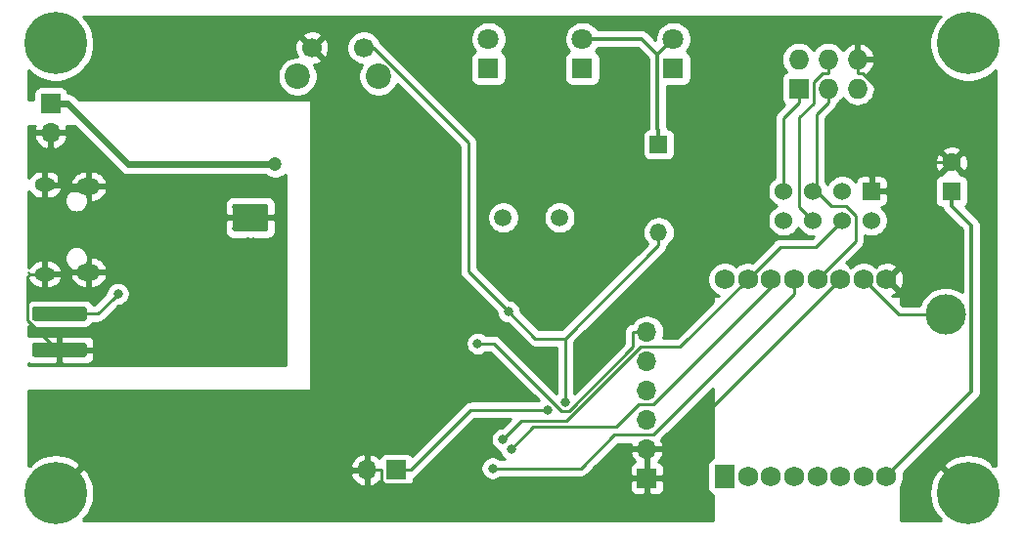
<source format=gbr>
G04 #@! TF.GenerationSoftware,KiCad,Pcbnew,(6.0.0-rc1-dev-1491-g0a4812be0)*
G04 #@! TF.CreationDate,2019-01-24T14:08:07+01:00
G04 #@! TF.ProjectId,mySensors_door_switch,6d795365-6e73-46f7-9273-5f646f6f725f,rev?*
G04 #@! TF.SameCoordinates,Original*
G04 #@! TF.FileFunction,Copper,L2,Bot*
G04 #@! TF.FilePolarity,Positive*
%FSLAX46Y46*%
G04 Gerber Fmt 4.6, Leading zero omitted, Abs format (unit mm)*
G04 Created by KiCad (PCBNEW (6.0.0-rc1-dev-1491-g0a4812be0)) date 2019-01-24 14:08:07*
%MOMM*%
%LPD*%
G04 APERTURE LIST*
%ADD10C,1.600000*%
%ADD11R,1.600000X1.600000*%
%ADD12O,1.700000X1.700000*%
%ADD13R,1.700000X1.700000*%
%ADD14O,2.000000X1.450000*%
%ADD15O,1.800000X1.150000*%
%ADD16R,1.500000X1.500000*%
%ADD17O,1.500000X1.500000*%
%ADD18R,1.800000X1.800000*%
%ADD19C,1.800000*%
%ADD20C,3.500120*%
%ADD21C,0.800000*%
%ADD22C,5.400000*%
%ADD23R,1.727200X1.727200*%
%ADD24O,1.727200X1.727200*%
%ADD25C,2.200000*%
%ADD26C,1.700000*%
%ADD27C,0.100000*%
%ADD28C,1.225000*%
%ADD29R,1.524000X1.524000*%
%ADD30C,1.524000*%
%ADD31R,1.727200X2.000000*%
%ADD32C,1.727200*%
%ADD33C,0.500000*%
%ADD34C,2.410000*%
%ADD35C,1.500000*%
%ADD36C,1.200000*%
%ADD37C,0.279400*%
%ADD38C,0.350000*%
%ADD39C,0.600000*%
%ADD40C,0.254000*%
G04 APERTURE END LIST*
D10*
X177292000Y-77510000D03*
D11*
X177292000Y-80010000D03*
D12*
X126696000Y-104186000D03*
D13*
X129236000Y-104186000D03*
D12*
X99314000Y-74930000D03*
D13*
X99314000Y-72390000D03*
D14*
X102586000Y-79587000D03*
X102586000Y-87037000D03*
D15*
X98786000Y-79437000D03*
X98786000Y-87187000D03*
D16*
X151946000Y-75946000D03*
D17*
X151946000Y-83566000D03*
D18*
X153216000Y-69342000D03*
D19*
X153216000Y-66802000D03*
X145342000Y-66802000D03*
D18*
X145342000Y-69342000D03*
X137214000Y-69342000D03*
D19*
X137214000Y-66802000D03*
D20*
X176784000Y-90678000D03*
D21*
X180167891Y-104754109D03*
X178736000Y-104161000D03*
X177304109Y-104754109D03*
X176711000Y-106186000D03*
X177304109Y-107617891D03*
X178736000Y-108211000D03*
X180167891Y-107617891D03*
X180761000Y-106186000D03*
D22*
X178736000Y-106186000D03*
X99736000Y-106186000D03*
D21*
X101761000Y-106186000D03*
X101167891Y-107617891D03*
X99736000Y-108211000D03*
X98304109Y-107617891D03*
X97711000Y-106186000D03*
X98304109Y-104754109D03*
X99736000Y-104161000D03*
X101167891Y-104754109D03*
X101167891Y-65754109D03*
X99736000Y-65161000D03*
X98304109Y-65754109D03*
X97711000Y-67186000D03*
X98304109Y-68617891D03*
X99736000Y-69211000D03*
X101167891Y-68617891D03*
X101761000Y-67186000D03*
D22*
X99736000Y-67186000D03*
X178736000Y-67186000D03*
D21*
X180761000Y-67186000D03*
X180167891Y-68617891D03*
X178736000Y-69211000D03*
X177304109Y-68617891D03*
X176711000Y-67186000D03*
X177304109Y-65754109D03*
X178736000Y-65161000D03*
X180167891Y-65754109D03*
D23*
X164084000Y-71120000D03*
D24*
X164084000Y-68580000D03*
X166624000Y-71120000D03*
X166624000Y-68580000D03*
X169164000Y-71120000D03*
X169164000Y-68580000D03*
D13*
X150930000Y-104902000D03*
D12*
X150930000Y-102362000D03*
X150930000Y-99822000D03*
X150930000Y-97282000D03*
X150930000Y-94742000D03*
X150930000Y-92202000D03*
D25*
X127670000Y-70064000D03*
X120670000Y-70064000D03*
D26*
X126420000Y-67564000D03*
X121920000Y-67564000D03*
D27*
G36*
X102225504Y-90028204D02*
G01*
X102249773Y-90031804D01*
X102273571Y-90037765D01*
X102296671Y-90046030D01*
X102318849Y-90056520D01*
X102339893Y-90069133D01*
X102359598Y-90083747D01*
X102377777Y-90100223D01*
X102394253Y-90118402D01*
X102408867Y-90138107D01*
X102421480Y-90159151D01*
X102431970Y-90181329D01*
X102440235Y-90204429D01*
X102446196Y-90228227D01*
X102449796Y-90252496D01*
X102451000Y-90277000D01*
X102451000Y-91002000D01*
X102449796Y-91026504D01*
X102446196Y-91050773D01*
X102440235Y-91074571D01*
X102431970Y-91097671D01*
X102421480Y-91119849D01*
X102408867Y-91140893D01*
X102394253Y-91160598D01*
X102377777Y-91178777D01*
X102359598Y-91195253D01*
X102339893Y-91209867D01*
X102318849Y-91222480D01*
X102296671Y-91232970D01*
X102273571Y-91241235D01*
X102249773Y-91247196D01*
X102225504Y-91250796D01*
X102201000Y-91252000D01*
X97951000Y-91252000D01*
X97926496Y-91250796D01*
X97902227Y-91247196D01*
X97878429Y-91241235D01*
X97855329Y-91232970D01*
X97833151Y-91222480D01*
X97812107Y-91209867D01*
X97792402Y-91195253D01*
X97774223Y-91178777D01*
X97757747Y-91160598D01*
X97743133Y-91140893D01*
X97730520Y-91119849D01*
X97720030Y-91097671D01*
X97711765Y-91074571D01*
X97705804Y-91050773D01*
X97702204Y-91026504D01*
X97701000Y-91002000D01*
X97701000Y-90277000D01*
X97702204Y-90252496D01*
X97705804Y-90228227D01*
X97711765Y-90204429D01*
X97720030Y-90181329D01*
X97730520Y-90159151D01*
X97743133Y-90138107D01*
X97757747Y-90118402D01*
X97774223Y-90100223D01*
X97792402Y-90083747D01*
X97812107Y-90069133D01*
X97833151Y-90056520D01*
X97855329Y-90046030D01*
X97878429Y-90037765D01*
X97902227Y-90031804D01*
X97926496Y-90028204D01*
X97951000Y-90027000D01*
X102201000Y-90027000D01*
X102225504Y-90028204D01*
X102225504Y-90028204D01*
G37*
D28*
X100076000Y-90639500D03*
D27*
G36*
X102225504Y-93153204D02*
G01*
X102249773Y-93156804D01*
X102273571Y-93162765D01*
X102296671Y-93171030D01*
X102318849Y-93181520D01*
X102339893Y-93194133D01*
X102359598Y-93208747D01*
X102377777Y-93225223D01*
X102394253Y-93243402D01*
X102408867Y-93263107D01*
X102421480Y-93284151D01*
X102431970Y-93306329D01*
X102440235Y-93329429D01*
X102446196Y-93353227D01*
X102449796Y-93377496D01*
X102451000Y-93402000D01*
X102451000Y-94127000D01*
X102449796Y-94151504D01*
X102446196Y-94175773D01*
X102440235Y-94199571D01*
X102431970Y-94222671D01*
X102421480Y-94244849D01*
X102408867Y-94265893D01*
X102394253Y-94285598D01*
X102377777Y-94303777D01*
X102359598Y-94320253D01*
X102339893Y-94334867D01*
X102318849Y-94347480D01*
X102296671Y-94357970D01*
X102273571Y-94366235D01*
X102249773Y-94372196D01*
X102225504Y-94375796D01*
X102201000Y-94377000D01*
X97951000Y-94377000D01*
X97926496Y-94375796D01*
X97902227Y-94372196D01*
X97878429Y-94366235D01*
X97855329Y-94357970D01*
X97833151Y-94347480D01*
X97812107Y-94334867D01*
X97792402Y-94320253D01*
X97774223Y-94303777D01*
X97757747Y-94285598D01*
X97743133Y-94265893D01*
X97730520Y-94244849D01*
X97720030Y-94222671D01*
X97711765Y-94199571D01*
X97705804Y-94175773D01*
X97702204Y-94151504D01*
X97701000Y-94127000D01*
X97701000Y-93402000D01*
X97702204Y-93377496D01*
X97705804Y-93353227D01*
X97711765Y-93329429D01*
X97720030Y-93306329D01*
X97730520Y-93284151D01*
X97743133Y-93263107D01*
X97757747Y-93243402D01*
X97774223Y-93225223D01*
X97792402Y-93208747D01*
X97812107Y-93194133D01*
X97833151Y-93181520D01*
X97855329Y-93171030D01*
X97878429Y-93162765D01*
X97902227Y-93156804D01*
X97926496Y-93153204D01*
X97951000Y-93152000D01*
X102201000Y-93152000D01*
X102225504Y-93153204D01*
X102225504Y-93153204D01*
G37*
D28*
X100076000Y-93764500D03*
D29*
X170368000Y-80010000D03*
D30*
X170368000Y-82550000D03*
X167828000Y-80010000D03*
X167828000Y-82550000D03*
X165288000Y-80010000D03*
X165288000Y-82550000D03*
X162748000Y-80010000D03*
X162748000Y-82550000D03*
D31*
X157668000Y-104748000D03*
D32*
X159668000Y-104748000D03*
X161668000Y-104748000D03*
X163668000Y-104748000D03*
X165668000Y-104748000D03*
X167668000Y-104748000D03*
X169668000Y-104748000D03*
X171668000Y-104748000D03*
X171668000Y-87648000D03*
X169668000Y-87648000D03*
X167668000Y-87648000D03*
X165668000Y-87648000D03*
X163668000Y-87648000D03*
X161668000Y-87648000D03*
X159668000Y-87648000D03*
X157668000Y-87648000D03*
D33*
X115286000Y-83251000D03*
X115286000Y-81341000D03*
X116586000Y-83251000D03*
X116586000Y-81341000D03*
X117886000Y-83251000D03*
X117886000Y-81341000D03*
D27*
G36*
X117909927Y-81092207D02*
G01*
X117934257Y-81095816D01*
X117958117Y-81101792D01*
X117981276Y-81110079D01*
X118003511Y-81120595D01*
X118024608Y-81133240D01*
X118044364Y-81147893D01*
X118062589Y-81164411D01*
X118079107Y-81182636D01*
X118093760Y-81202392D01*
X118106405Y-81223489D01*
X118116921Y-81245724D01*
X118125208Y-81268883D01*
X118131184Y-81292743D01*
X118134793Y-81317073D01*
X118136000Y-81341640D01*
X118136000Y-83250360D01*
X118134793Y-83274927D01*
X118131184Y-83299257D01*
X118125208Y-83323117D01*
X118116921Y-83346276D01*
X118106405Y-83368511D01*
X118093760Y-83389608D01*
X118079107Y-83409364D01*
X118062589Y-83427589D01*
X118044364Y-83444107D01*
X118024608Y-83458760D01*
X118003511Y-83471405D01*
X117981276Y-83481921D01*
X117958117Y-83490208D01*
X117934257Y-83496184D01*
X117909927Y-83499793D01*
X117885360Y-83501000D01*
X115286640Y-83501000D01*
X115262073Y-83499793D01*
X115237743Y-83496184D01*
X115213883Y-83490208D01*
X115190724Y-83481921D01*
X115168489Y-83471405D01*
X115147392Y-83458760D01*
X115127636Y-83444107D01*
X115109411Y-83427589D01*
X115092893Y-83409364D01*
X115078240Y-83389608D01*
X115065595Y-83368511D01*
X115055079Y-83346276D01*
X115046792Y-83323117D01*
X115040816Y-83299257D01*
X115037207Y-83274927D01*
X115036000Y-83250360D01*
X115036000Y-81341640D01*
X115037207Y-81317073D01*
X115040816Y-81292743D01*
X115046792Y-81268883D01*
X115055079Y-81245724D01*
X115065595Y-81223489D01*
X115078240Y-81202392D01*
X115092893Y-81182636D01*
X115109411Y-81164411D01*
X115127636Y-81147893D01*
X115147392Y-81133240D01*
X115168489Y-81120595D01*
X115190724Y-81110079D01*
X115213883Y-81101792D01*
X115237743Y-81095816D01*
X115262073Y-81092207D01*
X115286640Y-81091000D01*
X117885360Y-81091000D01*
X117909927Y-81092207D01*
X117909927Y-81092207D01*
G37*
D34*
X116586000Y-82296000D03*
D35*
X138484000Y-82296000D03*
X143364000Y-82296000D03*
D21*
X136269300Y-93216300D03*
D36*
X118738700Y-77678500D03*
D21*
X137565700Y-104027700D03*
X139167200Y-102395400D03*
X138448300Y-101530000D03*
X142300100Y-98955300D03*
X138939500Y-90442200D03*
X143844500Y-98315700D03*
X105134101Y-88896710D03*
D37*
X99736000Y-108211000D02*
X98897200Y-108211000D01*
X98897200Y-108211000D02*
X98304100Y-107617900D01*
X98304100Y-106779100D02*
X97711000Y-106186000D01*
X98304100Y-107617900D02*
X98304100Y-106779100D01*
X98304100Y-106779100D02*
X99142900Y-106779100D01*
X99142900Y-106779100D02*
X99736000Y-106186000D01*
X100329100Y-104754100D02*
X99736000Y-104161000D01*
X150930000Y-104902000D02*
X149720000Y-104902000D01*
X149720000Y-104902000D02*
X149225900Y-105396100D01*
X149225900Y-105396100D02*
X128171800Y-105396100D01*
X128171800Y-105396100D02*
X127906000Y-105130300D01*
X127906000Y-105130300D02*
X127906000Y-104186000D01*
X150930000Y-102362000D02*
X150930000Y-104902000D01*
X126696000Y-104186000D02*
X127906000Y-104186000D01*
X173990000Y-77510000D02*
X177292000Y-77510000D01*
X171490000Y-80010000D02*
X173990000Y-77510000D01*
X169164000Y-69803600D02*
X169622800Y-69803600D01*
X169622800Y-69803600D02*
X173990000Y-74170800D01*
X173990000Y-74170800D02*
X173990000Y-77510000D01*
X169164000Y-68580000D02*
X169164000Y-69803600D01*
X170368000Y-80010000D02*
X171490000Y-80010000D01*
X150930000Y-102362000D02*
X152954000Y-102362000D01*
X152954000Y-102362000D02*
X167668000Y-87648000D01*
X178736000Y-108211000D02*
X179574800Y-108211000D01*
X179574800Y-108211000D02*
X180167900Y-107617900D01*
X98304100Y-104754100D02*
X97711000Y-105347200D01*
X97711000Y-105347200D02*
X97711000Y-106186000D01*
X180761000Y-106186000D02*
X180167900Y-105592900D01*
X180167900Y-105592900D02*
X180167900Y-104754100D01*
X180761000Y-106186000D02*
X180167900Y-106779100D01*
X180167900Y-106779100D02*
X180167900Y-107617900D01*
X101761000Y-106186000D02*
X101167900Y-105592900D01*
X101167900Y-105592900D02*
X101167900Y-104754100D01*
X101167900Y-107617900D02*
X101761000Y-107024800D01*
X101761000Y-107024800D02*
X101761000Y-106186000D01*
X101167900Y-104754100D02*
X100329100Y-104754100D01*
X100329100Y-104754100D02*
X100329100Y-105592900D01*
X100329100Y-105592900D02*
X99736000Y-106186000D01*
X149720000Y-92202000D02*
X149720000Y-93515100D01*
X149720000Y-93515100D02*
X144159400Y-99075700D01*
X144159400Y-99075700D02*
X143529700Y-99075700D01*
X143529700Y-99075700D02*
X137670300Y-93216300D01*
X137670300Y-93216300D02*
X136269300Y-93216300D01*
X150930000Y-92202000D02*
X149720000Y-92202000D01*
D38*
X151946000Y-75946000D02*
X151946000Y-74720700D01*
X151840600Y-68177400D02*
X151840600Y-74615300D01*
X151840600Y-74615300D02*
X151946000Y-74720700D01*
X153216000Y-66802000D02*
X151840600Y-68177400D01*
X151840600Y-68177400D02*
X150465200Y-66802000D01*
X150465200Y-66802000D02*
X145342000Y-66802000D01*
X177292000Y-80010000D02*
X177292000Y-81285300D01*
X171668000Y-104748000D02*
X179018800Y-97397200D01*
X179018800Y-97397200D02*
X179018800Y-83012100D01*
X179018800Y-83012100D02*
X177292000Y-81285300D01*
D39*
X99314000Y-72390000D02*
X100764300Y-72390000D01*
X118738700Y-77678500D02*
X106052800Y-77678500D01*
X106052800Y-77678500D02*
X100764300Y-72390000D01*
D37*
X169668000Y-87648000D02*
X172698000Y-90678000D01*
X172698000Y-90678000D02*
X176784000Y-90678000D01*
X137565700Y-104027700D02*
X145194000Y-104027700D01*
X145194000Y-104027700D02*
X148073200Y-101148500D01*
X148073200Y-101148500D02*
X151460600Y-101148500D01*
X151460600Y-101148500D02*
X163668000Y-88941100D01*
X163668000Y-88941100D02*
X163668000Y-87648000D01*
X164084000Y-71120000D02*
X164084000Y-72343600D01*
X162748000Y-80010000D02*
X162748000Y-73679600D01*
X162748000Y-73679600D02*
X164084000Y-72343600D01*
X165614700Y-80010000D02*
X165614700Y-73352900D01*
X165614700Y-73352900D02*
X166624000Y-72343600D01*
X165668000Y-87648000D02*
X168967500Y-84348500D01*
X168967500Y-84348500D02*
X168967500Y-82100500D01*
X168967500Y-82100500D02*
X168147000Y-81280000D01*
X168147000Y-81280000D02*
X166884700Y-81280000D01*
X166884700Y-81280000D02*
X165614700Y-80010000D01*
X165614700Y-80010000D02*
X165288000Y-80010000D01*
X166624000Y-71120000D02*
X166624000Y-72343600D01*
X166624000Y-68580000D02*
X166624000Y-69803600D01*
X165288000Y-82550000D02*
X164137700Y-81399700D01*
X164137700Y-81399700D02*
X164137700Y-73623000D01*
X164137700Y-73623000D02*
X165387700Y-72373000D01*
X165387700Y-72373000D02*
X165387700Y-70532900D01*
X165387700Y-70532900D02*
X166117000Y-69803600D01*
X166117000Y-69803600D02*
X166624000Y-69803600D01*
X139167200Y-102395400D02*
X141100800Y-100461800D01*
X141100800Y-100461800D02*
X148235200Y-100461800D01*
X148235200Y-100461800D02*
X150201500Y-98495500D01*
X150201500Y-98495500D02*
X151513000Y-98495500D01*
X151513000Y-98495500D02*
X161668000Y-88340500D01*
X161668000Y-88340500D02*
X161668000Y-87648000D01*
X159668000Y-87648000D02*
X162478900Y-84837100D01*
X162478900Y-84837100D02*
X165540900Y-84837100D01*
X165540900Y-84837100D02*
X167828000Y-82550000D01*
X138448300Y-101530000D02*
X140016200Y-99962100D01*
X140016200Y-99962100D02*
X143979700Y-99962100D01*
X143979700Y-99962100D02*
X150419400Y-93522400D01*
X150419400Y-93522400D02*
X153793600Y-93522400D01*
X153793600Y-93522400D02*
X159668000Y-87648000D01*
X130446000Y-104186000D02*
X135676700Y-98955300D01*
X135676700Y-98955300D02*
X142300100Y-98955300D01*
X129236000Y-104186000D02*
X130446000Y-104186000D01*
X102586000Y-79944400D02*
X100553400Y-79944400D01*
X100553400Y-79944400D02*
X100046000Y-79437000D01*
X102586000Y-79944400D02*
X102586000Y-80672000D01*
X102586000Y-79587000D02*
X102586000Y-79944400D01*
X99314000Y-74930000D02*
X99314000Y-76140000D01*
X98786000Y-79437000D02*
X100046000Y-79437000D01*
X100046000Y-79437000D02*
X100046000Y-76872000D01*
X100046000Y-76872000D02*
X99314000Y-76140000D01*
X102586000Y-87037000D02*
X102586000Y-85952000D01*
X104210000Y-82296000D02*
X102586000Y-80672000D01*
X116586000Y-82296000D02*
X104210000Y-82296000D01*
X102586000Y-85952000D02*
X104210000Y-84328000D01*
X104210000Y-84328000D02*
X104210000Y-82296000D01*
X98786000Y-87187000D02*
X97526000Y-87187000D01*
X100076000Y-93764500D02*
X99842600Y-93764500D01*
X99842600Y-93764500D02*
X97316100Y-91238000D01*
X97316100Y-91238000D02*
X97316100Y-87396900D01*
X97316100Y-87396900D02*
X97526000Y-87187000D01*
X98304100Y-68617900D02*
X97711000Y-68024800D01*
X97711000Y-68024800D02*
X97711000Y-67186000D01*
X97711000Y-67186000D02*
X98304100Y-66592900D01*
X98304100Y-66592900D02*
X98304100Y-65754100D01*
X101761000Y-67186000D02*
X101167900Y-66592900D01*
X101167900Y-66592900D02*
X101167900Y-65754100D01*
X101761000Y-67186000D02*
X101167900Y-67779100D01*
X101167900Y-67779100D02*
X101167900Y-68617900D01*
X126420000Y-67564000D02*
X127247600Y-67564000D01*
X127247600Y-67564000D02*
X135455200Y-75771600D01*
X135455200Y-75771600D02*
X135455200Y-86957900D01*
X135455200Y-86957900D02*
X138939500Y-90442200D01*
X143844500Y-92777500D02*
X151946000Y-84676000D01*
X143844500Y-98315700D02*
X143844500Y-92777500D01*
X143844500Y-92777500D02*
X141274800Y-92777500D01*
X141274800Y-92777500D02*
X138939500Y-90442200D01*
X151946000Y-83566000D02*
X151946000Y-84676000D01*
X100076000Y-90639500D02*
X103391311Y-90639500D01*
X103391311Y-90639500D02*
X104734102Y-89296709D01*
X104734102Y-89296709D02*
X105134101Y-88896710D01*
D40*
G36*
X97917175Y-74425901D02*
G01*
X97872524Y-74573110D01*
X97993845Y-74803000D01*
X99187000Y-74803000D01*
X99187000Y-74783000D01*
X99441000Y-74783000D01*
X99441000Y-74803000D01*
X100634155Y-74803000D01*
X100755476Y-74573110D01*
X100710825Y-74425901D01*
X100657049Y-74313000D01*
X101365011Y-74313000D01*
X105359175Y-78307164D01*
X105388456Y-78342844D01*
X105530828Y-78459686D01*
X105693260Y-78546507D01*
X105816043Y-78583753D01*
X105869507Y-78599971D01*
X105887910Y-78601783D01*
X106006868Y-78613500D01*
X106006874Y-78613500D01*
X106052799Y-78618023D01*
X106098724Y-78613500D01*
X117927146Y-78613500D01*
X117951433Y-78637787D01*
X118153708Y-78772943D01*
X118378464Y-78866040D01*
X118617063Y-78913500D01*
X118860337Y-78913500D01*
X119098936Y-78866040D01*
X119323692Y-78772943D01*
X119525967Y-78637787D01*
X119609000Y-78554754D01*
X119609000Y-95059000D01*
X97396000Y-95059000D01*
X97396000Y-94936914D01*
X97400215Y-94939730D01*
X97515777Y-94987597D01*
X97638458Y-95012000D01*
X99790250Y-95012000D01*
X99949000Y-94853250D01*
X99949000Y-93891500D01*
X100203000Y-93891500D01*
X100203000Y-94853250D01*
X100361750Y-95012000D01*
X102513542Y-95012000D01*
X102636223Y-94987597D01*
X102751785Y-94939730D01*
X102855789Y-94870237D01*
X102944237Y-94781789D01*
X103013730Y-94677785D01*
X103061597Y-94562223D01*
X103086000Y-94439542D01*
X103086000Y-94050250D01*
X102927250Y-93891500D01*
X100203000Y-93891500D01*
X99949000Y-93891500D01*
X99929000Y-93891500D01*
X99929000Y-93637500D01*
X99949000Y-93637500D01*
X99949000Y-92675750D01*
X100203000Y-92675750D01*
X100203000Y-93637500D01*
X102927250Y-93637500D01*
X103086000Y-93478750D01*
X103086000Y-93089458D01*
X103061597Y-92966777D01*
X103013730Y-92851215D01*
X102944237Y-92747211D01*
X102855789Y-92658763D01*
X102751785Y-92589270D01*
X102636223Y-92541403D01*
X102513542Y-92517000D01*
X100361750Y-92517000D01*
X100203000Y-92675750D01*
X99949000Y-92675750D01*
X99790250Y-92517000D01*
X97638458Y-92517000D01*
X97515777Y-92541403D01*
X97400215Y-92589270D01*
X97396000Y-92592086D01*
X97396000Y-91689840D01*
X97457614Y-91740405D01*
X97611150Y-91822472D01*
X97777746Y-91873008D01*
X97951000Y-91890072D01*
X102201000Y-91890072D01*
X102374254Y-91873008D01*
X102540850Y-91822472D01*
X102694386Y-91740405D01*
X102828962Y-91629962D01*
X102939405Y-91495386D01*
X102982800Y-91414200D01*
X103353258Y-91414200D01*
X103391311Y-91417948D01*
X103429364Y-91414200D01*
X103543179Y-91402990D01*
X103689210Y-91358692D01*
X103823794Y-91286756D01*
X103941757Y-91189946D01*
X103966018Y-91160384D01*
X105194692Y-89931710D01*
X105236040Y-89931710D01*
X105435999Y-89891936D01*
X105624357Y-89813915D01*
X105793875Y-89700647D01*
X105938038Y-89556484D01*
X106051306Y-89386966D01*
X106129327Y-89198608D01*
X106169101Y-88998649D01*
X106169101Y-88794771D01*
X106129327Y-88594812D01*
X106051306Y-88406454D01*
X105938038Y-88236936D01*
X105793875Y-88092773D01*
X105624357Y-87979505D01*
X105435999Y-87901484D01*
X105236040Y-87861710D01*
X105032162Y-87861710D01*
X104832203Y-87901484D01*
X104643845Y-87979505D01*
X104474327Y-88092773D01*
X104330164Y-88236936D01*
X104216896Y-88406454D01*
X104138875Y-88594812D01*
X104099101Y-88794771D01*
X104099101Y-88836119D01*
X103070420Y-89864800D01*
X102982800Y-89864800D01*
X102939405Y-89783614D01*
X102828962Y-89649038D01*
X102694386Y-89538595D01*
X102540850Y-89456528D01*
X102374254Y-89405992D01*
X102201000Y-89388928D01*
X97951000Y-89388928D01*
X97777746Y-89405992D01*
X97611150Y-89456528D01*
X97457614Y-89538595D01*
X97396000Y-89589160D01*
X97396000Y-87771302D01*
X97515598Y-87952797D01*
X97683163Y-88122521D01*
X97880620Y-88256294D01*
X98100381Y-88348974D01*
X98334000Y-88397000D01*
X98659000Y-88397000D01*
X98659000Y-87314000D01*
X98913000Y-87314000D01*
X98913000Y-88397000D01*
X99238000Y-88397000D01*
X99471619Y-88348974D01*
X99691380Y-88256294D01*
X99888837Y-88122521D01*
X100056402Y-87952797D01*
X100187636Y-87753644D01*
X100277496Y-87532715D01*
X100279635Y-87500677D01*
X100194927Y-87374258D01*
X100993481Y-87374258D01*
X101005922Y-87440117D01*
X101109643Y-87686979D01*
X101259531Y-87908863D01*
X101449827Y-88097242D01*
X101673217Y-88244876D01*
X101921117Y-88346092D01*
X102184000Y-88397000D01*
X102459000Y-88397000D01*
X102459000Y-87164000D01*
X102713000Y-87164000D01*
X102713000Y-88397000D01*
X102988000Y-88397000D01*
X103250883Y-88346092D01*
X103498783Y-88244876D01*
X103722173Y-88097242D01*
X103912469Y-87908863D01*
X104062357Y-87686979D01*
X104166078Y-87440117D01*
X104178519Y-87374258D01*
X104055518Y-87164000D01*
X102713000Y-87164000D01*
X102459000Y-87164000D01*
X101116482Y-87164000D01*
X100993481Y-87374258D01*
X100194927Y-87374258D01*
X100154550Y-87314000D01*
X98913000Y-87314000D01*
X98659000Y-87314000D01*
X98639000Y-87314000D01*
X98639000Y-87060000D01*
X98659000Y-87060000D01*
X98659000Y-85977000D01*
X98913000Y-85977000D01*
X98913000Y-87060000D01*
X100154550Y-87060000D01*
X100279635Y-86873323D01*
X100277496Y-86841285D01*
X100187636Y-86620356D01*
X100056402Y-86421203D01*
X99888837Y-86251479D01*
X99691380Y-86117706D01*
X99471619Y-86025026D01*
X99238000Y-85977000D01*
X98913000Y-85977000D01*
X98659000Y-85977000D01*
X98334000Y-85977000D01*
X98100381Y-86025026D01*
X97880620Y-86117706D01*
X97683163Y-86251479D01*
X97515598Y-86421203D01*
X97396000Y-86602698D01*
X97396000Y-85812000D01*
X100495993Y-85812000D01*
X100515976Y-86014895D01*
X100575159Y-86209993D01*
X100671266Y-86389797D01*
X100800604Y-86547396D01*
X100958203Y-86676734D01*
X100994193Y-86695971D01*
X100993481Y-86699742D01*
X101116482Y-86910000D01*
X102459000Y-86910000D01*
X102459000Y-86280789D01*
X102496841Y-86209993D01*
X102556024Y-86014895D01*
X102576007Y-85812000D01*
X102562711Y-85677000D01*
X102713000Y-85677000D01*
X102713000Y-86910000D01*
X104055518Y-86910000D01*
X104178519Y-86699742D01*
X104166078Y-86633883D01*
X104062357Y-86387021D01*
X103912469Y-86165137D01*
X103722173Y-85976758D01*
X103498783Y-85829124D01*
X103250883Y-85727908D01*
X102988000Y-85677000D01*
X102713000Y-85677000D01*
X102562711Y-85677000D01*
X102556024Y-85609105D01*
X102496841Y-85414007D01*
X102400734Y-85234203D01*
X102271396Y-85076604D01*
X102113797Y-84947266D01*
X101933993Y-84851159D01*
X101738895Y-84791976D01*
X101586838Y-84777000D01*
X101485162Y-84777000D01*
X101333105Y-84791976D01*
X101138007Y-84851159D01*
X100958203Y-84947266D01*
X100800604Y-85076604D01*
X100671266Y-85234203D01*
X100575159Y-85414007D01*
X100515976Y-85609105D01*
X100495993Y-85812000D01*
X97396000Y-85812000D01*
X97396000Y-82581750D01*
X114401000Y-82581750D01*
X114401000Y-83563542D01*
X114425403Y-83686223D01*
X114473270Y-83801785D01*
X114542763Y-83905789D01*
X114631211Y-83994237D01*
X114735215Y-84063730D01*
X114850777Y-84111597D01*
X114973458Y-84136000D01*
X116300250Y-84136000D01*
X116333197Y-84103053D01*
X116498835Y-84136000D01*
X116673165Y-84136000D01*
X116838803Y-84103053D01*
X116871750Y-84136000D01*
X118198542Y-84136000D01*
X118321223Y-84111597D01*
X118436785Y-84063730D01*
X118540789Y-83994237D01*
X118629237Y-83905789D01*
X118698730Y-83801785D01*
X118746597Y-83686223D01*
X118771000Y-83563542D01*
X118771000Y-82581750D01*
X118612250Y-82423000D01*
X118199648Y-82423000D01*
X118144145Y-82400010D01*
X117973165Y-82366000D01*
X117798835Y-82366000D01*
X117627855Y-82400010D01*
X117572352Y-82423000D01*
X116899648Y-82423000D01*
X116844145Y-82400010D01*
X116673165Y-82366000D01*
X116498835Y-82366000D01*
X116327855Y-82400010D01*
X116272352Y-82423000D01*
X115599648Y-82423000D01*
X115544145Y-82400010D01*
X115373165Y-82366000D01*
X115198835Y-82366000D01*
X115027855Y-82400010D01*
X114972352Y-82423000D01*
X114559750Y-82423000D01*
X114401000Y-82581750D01*
X97396000Y-82581750D01*
X97396000Y-80812000D01*
X100495993Y-80812000D01*
X100515976Y-81014895D01*
X100575159Y-81209993D01*
X100671266Y-81389797D01*
X100800604Y-81547396D01*
X100958203Y-81676734D01*
X101138007Y-81772841D01*
X101333105Y-81832024D01*
X101485162Y-81847000D01*
X101586838Y-81847000D01*
X101738895Y-81832024D01*
X101933993Y-81772841D01*
X102113797Y-81676734D01*
X102271396Y-81547396D01*
X102400734Y-81389797D01*
X102496841Y-81209993D01*
X102551909Y-81028458D01*
X114401000Y-81028458D01*
X114401000Y-82010250D01*
X114559750Y-82169000D01*
X114972352Y-82169000D01*
X115027855Y-82191990D01*
X115198835Y-82226000D01*
X115373165Y-82226000D01*
X115544145Y-82191990D01*
X115599648Y-82169000D01*
X116272352Y-82169000D01*
X116327855Y-82191990D01*
X116498835Y-82226000D01*
X116673165Y-82226000D01*
X116844145Y-82191990D01*
X116899648Y-82169000D01*
X117572352Y-82169000D01*
X117627855Y-82191990D01*
X117798835Y-82226000D01*
X117973165Y-82226000D01*
X118144145Y-82191990D01*
X118199648Y-82169000D01*
X118612250Y-82169000D01*
X118771000Y-82010250D01*
X118771000Y-81028458D01*
X118746597Y-80905777D01*
X118698730Y-80790215D01*
X118629237Y-80686211D01*
X118540789Y-80597763D01*
X118436785Y-80528270D01*
X118321223Y-80480403D01*
X118198542Y-80456000D01*
X116871750Y-80456000D01*
X116838803Y-80488947D01*
X116713002Y-80463924D01*
X116713002Y-80456000D01*
X116458998Y-80456000D01*
X116458998Y-80463924D01*
X116333197Y-80488947D01*
X116300250Y-80456000D01*
X114973458Y-80456000D01*
X114850777Y-80480403D01*
X114735215Y-80528270D01*
X114631211Y-80597763D01*
X114542763Y-80686211D01*
X114473270Y-80790215D01*
X114425403Y-80905777D01*
X114401000Y-81028458D01*
X102551909Y-81028458D01*
X102556024Y-81014895D01*
X102576007Y-80812000D01*
X102556024Y-80609105D01*
X102496841Y-80414007D01*
X102459000Y-80343211D01*
X102459000Y-79714000D01*
X102713000Y-79714000D01*
X102713000Y-80947000D01*
X102988000Y-80947000D01*
X103250883Y-80896092D01*
X103498783Y-80794876D01*
X103722173Y-80647242D01*
X103912469Y-80458863D01*
X104062357Y-80236979D01*
X104166078Y-79990117D01*
X104178519Y-79924258D01*
X104055518Y-79714000D01*
X102713000Y-79714000D01*
X102459000Y-79714000D01*
X101116482Y-79714000D01*
X100993481Y-79924258D01*
X100994193Y-79928029D01*
X100958203Y-79947266D01*
X100800604Y-80076604D01*
X100671266Y-80234203D01*
X100575159Y-80414007D01*
X100515976Y-80609105D01*
X100495993Y-80812000D01*
X97396000Y-80812000D01*
X97396000Y-80021302D01*
X97515598Y-80202797D01*
X97683163Y-80372521D01*
X97880620Y-80506294D01*
X98100381Y-80598974D01*
X98334000Y-80647000D01*
X98659000Y-80647000D01*
X98659000Y-79564000D01*
X98913000Y-79564000D01*
X98913000Y-80647000D01*
X99238000Y-80647000D01*
X99471619Y-80598974D01*
X99691380Y-80506294D01*
X99888837Y-80372521D01*
X100056402Y-80202797D01*
X100187636Y-80003644D01*
X100277496Y-79782715D01*
X100279635Y-79750677D01*
X100154550Y-79564000D01*
X98913000Y-79564000D01*
X98659000Y-79564000D01*
X98639000Y-79564000D01*
X98639000Y-79310000D01*
X98659000Y-79310000D01*
X98659000Y-78227000D01*
X98913000Y-78227000D01*
X98913000Y-79310000D01*
X100154550Y-79310000D01*
X100194926Y-79249742D01*
X100993481Y-79249742D01*
X101116482Y-79460000D01*
X102459000Y-79460000D01*
X102459000Y-78227000D01*
X102713000Y-78227000D01*
X102713000Y-79460000D01*
X104055518Y-79460000D01*
X104178519Y-79249742D01*
X104166078Y-79183883D01*
X104062357Y-78937021D01*
X103912469Y-78715137D01*
X103722173Y-78526758D01*
X103498783Y-78379124D01*
X103250883Y-78277908D01*
X102988000Y-78227000D01*
X102713000Y-78227000D01*
X102459000Y-78227000D01*
X102184000Y-78227000D01*
X101921117Y-78277908D01*
X101673217Y-78379124D01*
X101449827Y-78526758D01*
X101259531Y-78715137D01*
X101109643Y-78937021D01*
X101005922Y-79183883D01*
X100993481Y-79249742D01*
X100194926Y-79249742D01*
X100279635Y-79123323D01*
X100277496Y-79091285D01*
X100187636Y-78870356D01*
X100056402Y-78671203D01*
X99888837Y-78501479D01*
X99691380Y-78367706D01*
X99471619Y-78275026D01*
X99238000Y-78227000D01*
X98913000Y-78227000D01*
X98659000Y-78227000D01*
X98334000Y-78227000D01*
X98100381Y-78275026D01*
X97880620Y-78367706D01*
X97683163Y-78501479D01*
X97515598Y-78671203D01*
X97396000Y-78852698D01*
X97396000Y-75286890D01*
X97872524Y-75286890D01*
X97917175Y-75434099D01*
X98042359Y-75696920D01*
X98216412Y-75930269D01*
X98432645Y-76125178D01*
X98682748Y-76274157D01*
X98957109Y-76371481D01*
X99187000Y-76250814D01*
X99187000Y-75057000D01*
X99441000Y-75057000D01*
X99441000Y-76250814D01*
X99670891Y-76371481D01*
X99945252Y-76274157D01*
X100195355Y-76125178D01*
X100411588Y-75930269D01*
X100585641Y-75696920D01*
X100710825Y-75434099D01*
X100755476Y-75286890D01*
X100634155Y-75057000D01*
X99441000Y-75057000D01*
X99187000Y-75057000D01*
X97993845Y-75057000D01*
X97872524Y-75286890D01*
X97396000Y-75286890D01*
X97396000Y-74313000D01*
X97970951Y-74313000D01*
X97917175Y-74425901D01*
X97917175Y-74425901D01*
G37*
X97917175Y-74425901D02*
X97872524Y-74573110D01*
X97993845Y-74803000D01*
X99187000Y-74803000D01*
X99187000Y-74783000D01*
X99441000Y-74783000D01*
X99441000Y-74803000D01*
X100634155Y-74803000D01*
X100755476Y-74573110D01*
X100710825Y-74425901D01*
X100657049Y-74313000D01*
X101365011Y-74313000D01*
X105359175Y-78307164D01*
X105388456Y-78342844D01*
X105530828Y-78459686D01*
X105693260Y-78546507D01*
X105816043Y-78583753D01*
X105869507Y-78599971D01*
X105887910Y-78601783D01*
X106006868Y-78613500D01*
X106006874Y-78613500D01*
X106052799Y-78618023D01*
X106098724Y-78613500D01*
X117927146Y-78613500D01*
X117951433Y-78637787D01*
X118153708Y-78772943D01*
X118378464Y-78866040D01*
X118617063Y-78913500D01*
X118860337Y-78913500D01*
X119098936Y-78866040D01*
X119323692Y-78772943D01*
X119525967Y-78637787D01*
X119609000Y-78554754D01*
X119609000Y-95059000D01*
X97396000Y-95059000D01*
X97396000Y-94936914D01*
X97400215Y-94939730D01*
X97515777Y-94987597D01*
X97638458Y-95012000D01*
X99790250Y-95012000D01*
X99949000Y-94853250D01*
X99949000Y-93891500D01*
X100203000Y-93891500D01*
X100203000Y-94853250D01*
X100361750Y-95012000D01*
X102513542Y-95012000D01*
X102636223Y-94987597D01*
X102751785Y-94939730D01*
X102855789Y-94870237D01*
X102944237Y-94781789D01*
X103013730Y-94677785D01*
X103061597Y-94562223D01*
X103086000Y-94439542D01*
X103086000Y-94050250D01*
X102927250Y-93891500D01*
X100203000Y-93891500D01*
X99949000Y-93891500D01*
X99929000Y-93891500D01*
X99929000Y-93637500D01*
X99949000Y-93637500D01*
X99949000Y-92675750D01*
X100203000Y-92675750D01*
X100203000Y-93637500D01*
X102927250Y-93637500D01*
X103086000Y-93478750D01*
X103086000Y-93089458D01*
X103061597Y-92966777D01*
X103013730Y-92851215D01*
X102944237Y-92747211D01*
X102855789Y-92658763D01*
X102751785Y-92589270D01*
X102636223Y-92541403D01*
X102513542Y-92517000D01*
X100361750Y-92517000D01*
X100203000Y-92675750D01*
X99949000Y-92675750D01*
X99790250Y-92517000D01*
X97638458Y-92517000D01*
X97515777Y-92541403D01*
X97400215Y-92589270D01*
X97396000Y-92592086D01*
X97396000Y-91689840D01*
X97457614Y-91740405D01*
X97611150Y-91822472D01*
X97777746Y-91873008D01*
X97951000Y-91890072D01*
X102201000Y-91890072D01*
X102374254Y-91873008D01*
X102540850Y-91822472D01*
X102694386Y-91740405D01*
X102828962Y-91629962D01*
X102939405Y-91495386D01*
X102982800Y-91414200D01*
X103353258Y-91414200D01*
X103391311Y-91417948D01*
X103429364Y-91414200D01*
X103543179Y-91402990D01*
X103689210Y-91358692D01*
X103823794Y-91286756D01*
X103941757Y-91189946D01*
X103966018Y-91160384D01*
X105194692Y-89931710D01*
X105236040Y-89931710D01*
X105435999Y-89891936D01*
X105624357Y-89813915D01*
X105793875Y-89700647D01*
X105938038Y-89556484D01*
X106051306Y-89386966D01*
X106129327Y-89198608D01*
X106169101Y-88998649D01*
X106169101Y-88794771D01*
X106129327Y-88594812D01*
X106051306Y-88406454D01*
X105938038Y-88236936D01*
X105793875Y-88092773D01*
X105624357Y-87979505D01*
X105435999Y-87901484D01*
X105236040Y-87861710D01*
X105032162Y-87861710D01*
X104832203Y-87901484D01*
X104643845Y-87979505D01*
X104474327Y-88092773D01*
X104330164Y-88236936D01*
X104216896Y-88406454D01*
X104138875Y-88594812D01*
X104099101Y-88794771D01*
X104099101Y-88836119D01*
X103070420Y-89864800D01*
X102982800Y-89864800D01*
X102939405Y-89783614D01*
X102828962Y-89649038D01*
X102694386Y-89538595D01*
X102540850Y-89456528D01*
X102374254Y-89405992D01*
X102201000Y-89388928D01*
X97951000Y-89388928D01*
X97777746Y-89405992D01*
X97611150Y-89456528D01*
X97457614Y-89538595D01*
X97396000Y-89589160D01*
X97396000Y-87771302D01*
X97515598Y-87952797D01*
X97683163Y-88122521D01*
X97880620Y-88256294D01*
X98100381Y-88348974D01*
X98334000Y-88397000D01*
X98659000Y-88397000D01*
X98659000Y-87314000D01*
X98913000Y-87314000D01*
X98913000Y-88397000D01*
X99238000Y-88397000D01*
X99471619Y-88348974D01*
X99691380Y-88256294D01*
X99888837Y-88122521D01*
X100056402Y-87952797D01*
X100187636Y-87753644D01*
X100277496Y-87532715D01*
X100279635Y-87500677D01*
X100194927Y-87374258D01*
X100993481Y-87374258D01*
X101005922Y-87440117D01*
X101109643Y-87686979D01*
X101259531Y-87908863D01*
X101449827Y-88097242D01*
X101673217Y-88244876D01*
X101921117Y-88346092D01*
X102184000Y-88397000D01*
X102459000Y-88397000D01*
X102459000Y-87164000D01*
X102713000Y-87164000D01*
X102713000Y-88397000D01*
X102988000Y-88397000D01*
X103250883Y-88346092D01*
X103498783Y-88244876D01*
X103722173Y-88097242D01*
X103912469Y-87908863D01*
X104062357Y-87686979D01*
X104166078Y-87440117D01*
X104178519Y-87374258D01*
X104055518Y-87164000D01*
X102713000Y-87164000D01*
X102459000Y-87164000D01*
X101116482Y-87164000D01*
X100993481Y-87374258D01*
X100194927Y-87374258D01*
X100154550Y-87314000D01*
X98913000Y-87314000D01*
X98659000Y-87314000D01*
X98639000Y-87314000D01*
X98639000Y-87060000D01*
X98659000Y-87060000D01*
X98659000Y-85977000D01*
X98913000Y-85977000D01*
X98913000Y-87060000D01*
X100154550Y-87060000D01*
X100279635Y-86873323D01*
X100277496Y-86841285D01*
X100187636Y-86620356D01*
X100056402Y-86421203D01*
X99888837Y-86251479D01*
X99691380Y-86117706D01*
X99471619Y-86025026D01*
X99238000Y-85977000D01*
X98913000Y-85977000D01*
X98659000Y-85977000D01*
X98334000Y-85977000D01*
X98100381Y-86025026D01*
X97880620Y-86117706D01*
X97683163Y-86251479D01*
X97515598Y-86421203D01*
X97396000Y-86602698D01*
X97396000Y-85812000D01*
X100495993Y-85812000D01*
X100515976Y-86014895D01*
X100575159Y-86209993D01*
X100671266Y-86389797D01*
X100800604Y-86547396D01*
X100958203Y-86676734D01*
X100994193Y-86695971D01*
X100993481Y-86699742D01*
X101116482Y-86910000D01*
X102459000Y-86910000D01*
X102459000Y-86280789D01*
X102496841Y-86209993D01*
X102556024Y-86014895D01*
X102576007Y-85812000D01*
X102562711Y-85677000D01*
X102713000Y-85677000D01*
X102713000Y-86910000D01*
X104055518Y-86910000D01*
X104178519Y-86699742D01*
X104166078Y-86633883D01*
X104062357Y-86387021D01*
X103912469Y-86165137D01*
X103722173Y-85976758D01*
X103498783Y-85829124D01*
X103250883Y-85727908D01*
X102988000Y-85677000D01*
X102713000Y-85677000D01*
X102562711Y-85677000D01*
X102556024Y-85609105D01*
X102496841Y-85414007D01*
X102400734Y-85234203D01*
X102271396Y-85076604D01*
X102113797Y-84947266D01*
X101933993Y-84851159D01*
X101738895Y-84791976D01*
X101586838Y-84777000D01*
X101485162Y-84777000D01*
X101333105Y-84791976D01*
X101138007Y-84851159D01*
X100958203Y-84947266D01*
X100800604Y-85076604D01*
X100671266Y-85234203D01*
X100575159Y-85414007D01*
X100515976Y-85609105D01*
X100495993Y-85812000D01*
X97396000Y-85812000D01*
X97396000Y-82581750D01*
X114401000Y-82581750D01*
X114401000Y-83563542D01*
X114425403Y-83686223D01*
X114473270Y-83801785D01*
X114542763Y-83905789D01*
X114631211Y-83994237D01*
X114735215Y-84063730D01*
X114850777Y-84111597D01*
X114973458Y-84136000D01*
X116300250Y-84136000D01*
X116333197Y-84103053D01*
X116498835Y-84136000D01*
X116673165Y-84136000D01*
X116838803Y-84103053D01*
X116871750Y-84136000D01*
X118198542Y-84136000D01*
X118321223Y-84111597D01*
X118436785Y-84063730D01*
X118540789Y-83994237D01*
X118629237Y-83905789D01*
X118698730Y-83801785D01*
X118746597Y-83686223D01*
X118771000Y-83563542D01*
X118771000Y-82581750D01*
X118612250Y-82423000D01*
X118199648Y-82423000D01*
X118144145Y-82400010D01*
X117973165Y-82366000D01*
X117798835Y-82366000D01*
X117627855Y-82400010D01*
X117572352Y-82423000D01*
X116899648Y-82423000D01*
X116844145Y-82400010D01*
X116673165Y-82366000D01*
X116498835Y-82366000D01*
X116327855Y-82400010D01*
X116272352Y-82423000D01*
X115599648Y-82423000D01*
X115544145Y-82400010D01*
X115373165Y-82366000D01*
X115198835Y-82366000D01*
X115027855Y-82400010D01*
X114972352Y-82423000D01*
X114559750Y-82423000D01*
X114401000Y-82581750D01*
X97396000Y-82581750D01*
X97396000Y-80812000D01*
X100495993Y-80812000D01*
X100515976Y-81014895D01*
X100575159Y-81209993D01*
X100671266Y-81389797D01*
X100800604Y-81547396D01*
X100958203Y-81676734D01*
X101138007Y-81772841D01*
X101333105Y-81832024D01*
X101485162Y-81847000D01*
X101586838Y-81847000D01*
X101738895Y-81832024D01*
X101933993Y-81772841D01*
X102113797Y-81676734D01*
X102271396Y-81547396D01*
X102400734Y-81389797D01*
X102496841Y-81209993D01*
X102551909Y-81028458D01*
X114401000Y-81028458D01*
X114401000Y-82010250D01*
X114559750Y-82169000D01*
X114972352Y-82169000D01*
X115027855Y-82191990D01*
X115198835Y-82226000D01*
X115373165Y-82226000D01*
X115544145Y-82191990D01*
X115599648Y-82169000D01*
X116272352Y-82169000D01*
X116327855Y-82191990D01*
X116498835Y-82226000D01*
X116673165Y-82226000D01*
X116844145Y-82191990D01*
X116899648Y-82169000D01*
X117572352Y-82169000D01*
X117627855Y-82191990D01*
X117798835Y-82226000D01*
X117973165Y-82226000D01*
X118144145Y-82191990D01*
X118199648Y-82169000D01*
X118612250Y-82169000D01*
X118771000Y-82010250D01*
X118771000Y-81028458D01*
X118746597Y-80905777D01*
X118698730Y-80790215D01*
X118629237Y-80686211D01*
X118540789Y-80597763D01*
X118436785Y-80528270D01*
X118321223Y-80480403D01*
X118198542Y-80456000D01*
X116871750Y-80456000D01*
X116838803Y-80488947D01*
X116713002Y-80463924D01*
X116713002Y-80456000D01*
X116458998Y-80456000D01*
X116458998Y-80463924D01*
X116333197Y-80488947D01*
X116300250Y-80456000D01*
X114973458Y-80456000D01*
X114850777Y-80480403D01*
X114735215Y-80528270D01*
X114631211Y-80597763D01*
X114542763Y-80686211D01*
X114473270Y-80790215D01*
X114425403Y-80905777D01*
X114401000Y-81028458D01*
X102551909Y-81028458D01*
X102556024Y-81014895D01*
X102576007Y-80812000D01*
X102556024Y-80609105D01*
X102496841Y-80414007D01*
X102459000Y-80343211D01*
X102459000Y-79714000D01*
X102713000Y-79714000D01*
X102713000Y-80947000D01*
X102988000Y-80947000D01*
X103250883Y-80896092D01*
X103498783Y-80794876D01*
X103722173Y-80647242D01*
X103912469Y-80458863D01*
X104062357Y-80236979D01*
X104166078Y-79990117D01*
X104178519Y-79924258D01*
X104055518Y-79714000D01*
X102713000Y-79714000D01*
X102459000Y-79714000D01*
X101116482Y-79714000D01*
X100993481Y-79924258D01*
X100994193Y-79928029D01*
X100958203Y-79947266D01*
X100800604Y-80076604D01*
X100671266Y-80234203D01*
X100575159Y-80414007D01*
X100515976Y-80609105D01*
X100495993Y-80812000D01*
X97396000Y-80812000D01*
X97396000Y-80021302D01*
X97515598Y-80202797D01*
X97683163Y-80372521D01*
X97880620Y-80506294D01*
X98100381Y-80598974D01*
X98334000Y-80647000D01*
X98659000Y-80647000D01*
X98659000Y-79564000D01*
X98913000Y-79564000D01*
X98913000Y-80647000D01*
X99238000Y-80647000D01*
X99471619Y-80598974D01*
X99691380Y-80506294D01*
X99888837Y-80372521D01*
X100056402Y-80202797D01*
X100187636Y-80003644D01*
X100277496Y-79782715D01*
X100279635Y-79750677D01*
X100154550Y-79564000D01*
X98913000Y-79564000D01*
X98659000Y-79564000D01*
X98639000Y-79564000D01*
X98639000Y-79310000D01*
X98659000Y-79310000D01*
X98659000Y-78227000D01*
X98913000Y-78227000D01*
X98913000Y-79310000D01*
X100154550Y-79310000D01*
X100194926Y-79249742D01*
X100993481Y-79249742D01*
X101116482Y-79460000D01*
X102459000Y-79460000D01*
X102459000Y-78227000D01*
X102713000Y-78227000D01*
X102713000Y-79460000D01*
X104055518Y-79460000D01*
X104178519Y-79249742D01*
X104166078Y-79183883D01*
X104062357Y-78937021D01*
X103912469Y-78715137D01*
X103722173Y-78526758D01*
X103498783Y-78379124D01*
X103250883Y-78277908D01*
X102988000Y-78227000D01*
X102713000Y-78227000D01*
X102459000Y-78227000D01*
X102184000Y-78227000D01*
X101921117Y-78277908D01*
X101673217Y-78379124D01*
X101449827Y-78526758D01*
X101259531Y-78715137D01*
X101109643Y-78937021D01*
X101005922Y-79183883D01*
X100993481Y-79249742D01*
X100194926Y-79249742D01*
X100279635Y-79123323D01*
X100277496Y-79091285D01*
X100187636Y-78870356D01*
X100056402Y-78671203D01*
X99888837Y-78501479D01*
X99691380Y-78367706D01*
X99471619Y-78275026D01*
X99238000Y-78227000D01*
X98913000Y-78227000D01*
X98659000Y-78227000D01*
X98334000Y-78227000D01*
X98100381Y-78275026D01*
X97880620Y-78367706D01*
X97683163Y-78501479D01*
X97515598Y-78671203D01*
X97396000Y-78852698D01*
X97396000Y-75286890D01*
X97872524Y-75286890D01*
X97917175Y-75434099D01*
X98042359Y-75696920D01*
X98216412Y-75930269D01*
X98432645Y-76125178D01*
X98682748Y-76274157D01*
X98957109Y-76371481D01*
X99187000Y-76250814D01*
X99187000Y-75057000D01*
X99441000Y-75057000D01*
X99441000Y-76250814D01*
X99670891Y-76371481D01*
X99945252Y-76274157D01*
X100195355Y-76125178D01*
X100411588Y-75930269D01*
X100585641Y-75696920D01*
X100710825Y-75434099D01*
X100755476Y-75286890D01*
X100634155Y-75057000D01*
X99441000Y-75057000D01*
X99187000Y-75057000D01*
X97993845Y-75057000D01*
X97872524Y-75286890D01*
X97396000Y-75286890D01*
X97396000Y-74313000D01*
X97970951Y-74313000D01*
X97917175Y-74425901D01*
G36*
X97396000Y-87346012D02*
G01*
X97396000Y-87314002D01*
X97417449Y-87314002D01*
X97396000Y-87346012D01*
X97396000Y-87346012D01*
G37*
X97396000Y-87346012D02*
X97396000Y-87314002D01*
X97417449Y-87314002D01*
X97396000Y-87346012D01*
G36*
X97417449Y-87059998D02*
G01*
X97396000Y-87059998D01*
X97396000Y-87027988D01*
X97417449Y-87059998D01*
X97417449Y-87059998D01*
G37*
X97417449Y-87059998D02*
X97396000Y-87059998D01*
X97396000Y-87027988D01*
X97417449Y-87059998D01*
G36*
X176145536Y-65060061D02*
G01*
X175780561Y-65606285D01*
X175529162Y-66213216D01*
X175401000Y-66857531D01*
X175401000Y-67514469D01*
X175529162Y-68158784D01*
X175780561Y-68765715D01*
X176145536Y-69311939D01*
X176610061Y-69776464D01*
X177156285Y-70141439D01*
X177763216Y-70392838D01*
X178407531Y-70521000D01*
X179064469Y-70521000D01*
X179708784Y-70392838D01*
X180315715Y-70141439D01*
X180861939Y-69776464D01*
X181076000Y-69562403D01*
X181076001Y-103787647D01*
X181015373Y-103727019D01*
X180901768Y-103840624D01*
X180601589Y-103402172D01*
X180022644Y-103091704D01*
X179394254Y-102900148D01*
X178740569Y-102834866D01*
X178086707Y-102898366D01*
X177457797Y-103088208D01*
X176878008Y-103397096D01*
X176870411Y-103402172D01*
X176570231Y-103840626D01*
X178736000Y-106006395D01*
X178750143Y-105992253D01*
X178929748Y-106171858D01*
X178915605Y-106186000D01*
X178929748Y-106200143D01*
X178750143Y-106379748D01*
X178736000Y-106365605D01*
X178721858Y-106379748D01*
X178542253Y-106200143D01*
X178556395Y-106186000D01*
X176390626Y-104020231D01*
X175952172Y-104320411D01*
X175641704Y-104899356D01*
X175450148Y-105527746D01*
X175384866Y-106181431D01*
X175448366Y-106835293D01*
X175638208Y-107464203D01*
X175947096Y-108043992D01*
X175952172Y-108051589D01*
X176390624Y-108351768D01*
X176277019Y-108465373D01*
X176337646Y-108526000D01*
X172863000Y-108526000D01*
X172863000Y-105656965D01*
X172996042Y-105457853D01*
X173109010Y-105185125D01*
X173166600Y-104895599D01*
X173166600Y-104600401D01*
X173132507Y-104429005D01*
X179563419Y-97998094D01*
X179594328Y-97972728D01*
X179692558Y-97853034D01*
X179695549Y-97849390D01*
X179770762Y-97708674D01*
X179770763Y-97708673D01*
X179817080Y-97555988D01*
X179828800Y-97436991D01*
X179828800Y-97436989D01*
X179832719Y-97397201D01*
X179828800Y-97357413D01*
X179828800Y-83051888D01*
X179832719Y-83012100D01*
X179826804Y-82952043D01*
X179817080Y-82853312D01*
X179770763Y-82700627D01*
X179713716Y-82593899D01*
X179695549Y-82559910D01*
X179667057Y-82525193D01*
X179594328Y-82436572D01*
X179563412Y-82411200D01*
X178471899Y-81319687D01*
X178543185Y-81261185D01*
X178622537Y-81164494D01*
X178681502Y-81054180D01*
X178717812Y-80934482D01*
X178730072Y-80810000D01*
X178730072Y-79210000D01*
X178717812Y-79085518D01*
X178681502Y-78965820D01*
X178622537Y-78855506D01*
X178543185Y-78758815D01*
X178446494Y-78679463D01*
X178336180Y-78620498D01*
X178216482Y-78584188D01*
X178092000Y-78571928D01*
X178084785Y-78571928D01*
X178105097Y-78502702D01*
X177292000Y-77689605D01*
X176478903Y-78502702D01*
X176499215Y-78571928D01*
X176492000Y-78571928D01*
X176367518Y-78584188D01*
X176247820Y-78620498D01*
X176137506Y-78679463D01*
X176040815Y-78758815D01*
X175961463Y-78855506D01*
X175902498Y-78965820D01*
X175866188Y-79085518D01*
X175853928Y-79210000D01*
X175853928Y-80810000D01*
X175866188Y-80934482D01*
X175902498Y-81054180D01*
X175961463Y-81164494D01*
X176040815Y-81261185D01*
X176137506Y-81340537D01*
X176247820Y-81399502D01*
X176367518Y-81435812D01*
X176492000Y-81448072D01*
X176494930Y-81448072D01*
X176525866Y-81550054D01*
X176540038Y-81596773D01*
X176615251Y-81737489D01*
X176644264Y-81772841D01*
X176716473Y-81860828D01*
X176747383Y-81886195D01*
X178208801Y-83347613D01*
X178208801Y-88761534D01*
X177913749Y-88564387D01*
X177479696Y-88384597D01*
X177018908Y-88292940D01*
X176549092Y-88292940D01*
X176088304Y-88384597D01*
X175654251Y-88564387D01*
X175263613Y-88825403D01*
X174931403Y-89157613D01*
X174670387Y-89548251D01*
X174523321Y-89903300D01*
X173018892Y-89903300D01*
X172863000Y-89747408D01*
X172863000Y-89186000D01*
X172860560Y-89161224D01*
X172853333Y-89137399D01*
X172841597Y-89115443D01*
X172825803Y-89096197D01*
X172806557Y-89080403D01*
X172784601Y-89068667D01*
X172760776Y-89061440D01*
X172736000Y-89059000D01*
X172174592Y-89059000D01*
X172174147Y-89058556D01*
X172306493Y-89011786D01*
X172447218Y-88936567D01*
X172526499Y-88686104D01*
X171668000Y-87827605D01*
X171653858Y-87841748D01*
X171474253Y-87662143D01*
X171488395Y-87648000D01*
X171847605Y-87648000D01*
X172706104Y-88506499D01*
X172956567Y-88427218D01*
X173083826Y-88160859D01*
X173156675Y-87874790D01*
X173172315Y-87580007D01*
X173130145Y-87287836D01*
X173031786Y-87009507D01*
X172956567Y-86868782D01*
X172706104Y-86789501D01*
X171847605Y-87648000D01*
X171488395Y-87648000D01*
X171474253Y-87633858D01*
X171653858Y-87454253D01*
X171668000Y-87468395D01*
X172526499Y-86609896D01*
X172447218Y-86359433D01*
X172180859Y-86232174D01*
X171894790Y-86159325D01*
X171600007Y-86143685D01*
X171307836Y-86185855D01*
X171029507Y-86284214D01*
X170888782Y-86359433D01*
X170809502Y-86609894D01*
X170693441Y-86493833D01*
X170663308Y-86523967D01*
X170623302Y-86483961D01*
X170377853Y-86319958D01*
X170105125Y-86206990D01*
X169815599Y-86149400D01*
X169520401Y-86149400D01*
X169230875Y-86206990D01*
X168958147Y-86319958D01*
X168712698Y-86483961D01*
X168672693Y-86523967D01*
X168642559Y-86493833D01*
X168526498Y-86609894D01*
X168447218Y-86359433D01*
X168180859Y-86232174D01*
X168179710Y-86231881D01*
X169488385Y-84923206D01*
X169517946Y-84898946D01*
X169614756Y-84780983D01*
X169686692Y-84646399D01*
X169715910Y-84550081D01*
X169730991Y-84500368D01*
X169745948Y-84348500D01*
X169742200Y-84310444D01*
X169742200Y-83802887D01*
X169960510Y-83893314D01*
X170230408Y-83947000D01*
X170505592Y-83947000D01*
X170775490Y-83893314D01*
X171029727Y-83788005D01*
X171258535Y-83635120D01*
X171453120Y-83440535D01*
X171606005Y-83211727D01*
X171711314Y-82957490D01*
X171765000Y-82687592D01*
X171765000Y-82412408D01*
X171711314Y-82142510D01*
X171606005Y-81888273D01*
X171453120Y-81659465D01*
X171258535Y-81464880D01*
X171171912Y-81407000D01*
X171192542Y-81407000D01*
X171315223Y-81382597D01*
X171430785Y-81334730D01*
X171534789Y-81265237D01*
X171623237Y-81176789D01*
X171692730Y-81072785D01*
X171740597Y-80957223D01*
X171765000Y-80834542D01*
X171765000Y-80295750D01*
X171606250Y-80137000D01*
X170495000Y-80137000D01*
X170495000Y-80157000D01*
X170241000Y-80157000D01*
X170241000Y-80137000D01*
X170221000Y-80137000D01*
X170221000Y-79883000D01*
X170241000Y-79883000D01*
X170241000Y-78771750D01*
X170495000Y-78771750D01*
X170495000Y-79883000D01*
X171606250Y-79883000D01*
X171765000Y-79724250D01*
X171765000Y-79185458D01*
X171740597Y-79062777D01*
X171692730Y-78947215D01*
X171623237Y-78843211D01*
X171534789Y-78754763D01*
X171430785Y-78685270D01*
X171315223Y-78637403D01*
X171192542Y-78613000D01*
X170653750Y-78613000D01*
X170495000Y-78771750D01*
X170241000Y-78771750D01*
X170082250Y-78613000D01*
X169543458Y-78613000D01*
X169420777Y-78637403D01*
X169305215Y-78685270D01*
X169201211Y-78754763D01*
X169112763Y-78843211D01*
X169043270Y-78947215D01*
X168995403Y-79062777D01*
X168971000Y-79185458D01*
X168971000Y-79206088D01*
X168913120Y-79119465D01*
X168718535Y-78924880D01*
X168489727Y-78771995D01*
X168235490Y-78666686D01*
X167965592Y-78613000D01*
X167690408Y-78613000D01*
X167420510Y-78666686D01*
X167166273Y-78771995D01*
X166937465Y-78924880D01*
X166742880Y-79119465D01*
X166589995Y-79348273D01*
X166558000Y-79425515D01*
X166526005Y-79348273D01*
X166389400Y-79143830D01*
X166389400Y-77580512D01*
X175851783Y-77580512D01*
X175893213Y-77860130D01*
X175988397Y-78126292D01*
X176055329Y-78251514D01*
X176299298Y-78323097D01*
X177112395Y-77510000D01*
X177471605Y-77510000D01*
X178284702Y-78323097D01*
X178528671Y-78251514D01*
X178649571Y-77996004D01*
X178718300Y-77721816D01*
X178732217Y-77439488D01*
X178690787Y-77159870D01*
X178595603Y-76893708D01*
X178528671Y-76768486D01*
X178284702Y-76696903D01*
X177471605Y-77510000D01*
X177112395Y-77510000D01*
X176299298Y-76696903D01*
X176055329Y-76768486D01*
X175934429Y-77023996D01*
X175865700Y-77298184D01*
X175851783Y-77580512D01*
X166389400Y-77580512D01*
X166389400Y-76517298D01*
X176478903Y-76517298D01*
X177292000Y-77330395D01*
X178105097Y-76517298D01*
X178033514Y-76273329D01*
X177778004Y-76152429D01*
X177503816Y-76083700D01*
X177221488Y-76069783D01*
X176941870Y-76111213D01*
X176675708Y-76206397D01*
X176550486Y-76273329D01*
X176478903Y-76517298D01*
X166389400Y-76517298D01*
X166389400Y-73673791D01*
X167144884Y-72918307D01*
X167174446Y-72894046D01*
X167271256Y-72776083D01*
X167343192Y-72641499D01*
X167387490Y-72495468D01*
X167396256Y-72406465D01*
X167460606Y-72372069D01*
X167688797Y-72184797D01*
X167876069Y-71956606D01*
X167894000Y-71923060D01*
X167911931Y-71956606D01*
X168099203Y-72184797D01*
X168327394Y-72372069D01*
X168587736Y-72511225D01*
X168870223Y-72596916D01*
X169090381Y-72618600D01*
X169237619Y-72618600D01*
X169457777Y-72596916D01*
X169740264Y-72511225D01*
X170000606Y-72372069D01*
X170228797Y-72184797D01*
X170416069Y-71956606D01*
X170555225Y-71696264D01*
X170640916Y-71413777D01*
X170669851Y-71120000D01*
X170640916Y-70826223D01*
X170555225Y-70543736D01*
X170416069Y-70283394D01*
X170228797Y-70055203D01*
X170000606Y-69867931D01*
X169960567Y-69846530D01*
X170174293Y-69686854D01*
X170370817Y-69468488D01*
X170520964Y-69215978D01*
X170618963Y-68939027D01*
X170498464Y-68707000D01*
X169291000Y-68707000D01*
X169291000Y-68727000D01*
X169037000Y-68727000D01*
X169037000Y-68707000D01*
X169017000Y-68707000D01*
X169017000Y-68453000D01*
X169037000Y-68453000D01*
X169037000Y-67246183D01*
X169291000Y-67246183D01*
X169291000Y-68453000D01*
X170498464Y-68453000D01*
X170618963Y-68220973D01*
X170520964Y-67944022D01*
X170370817Y-67691512D01*
X170174293Y-67473146D01*
X169938944Y-67297316D01*
X169673814Y-67170778D01*
X169523026Y-67125042D01*
X169291000Y-67246183D01*
X169037000Y-67246183D01*
X168804974Y-67125042D01*
X168654186Y-67170778D01*
X168389056Y-67297316D01*
X168153707Y-67473146D01*
X167957183Y-67691512D01*
X167899863Y-67787910D01*
X167876069Y-67743394D01*
X167688797Y-67515203D01*
X167460606Y-67327931D01*
X167200264Y-67188775D01*
X166917777Y-67103084D01*
X166697619Y-67081400D01*
X166550381Y-67081400D01*
X166330223Y-67103084D01*
X166047736Y-67188775D01*
X165787394Y-67327931D01*
X165559203Y-67515203D01*
X165371931Y-67743394D01*
X165354000Y-67776940D01*
X165336069Y-67743394D01*
X165148797Y-67515203D01*
X164920606Y-67327931D01*
X164660264Y-67188775D01*
X164377777Y-67103084D01*
X164157619Y-67081400D01*
X164010381Y-67081400D01*
X163790223Y-67103084D01*
X163507736Y-67188775D01*
X163247394Y-67327931D01*
X163019203Y-67515203D01*
X162831931Y-67743394D01*
X162692775Y-68003736D01*
X162607084Y-68286223D01*
X162578149Y-68580000D01*
X162607084Y-68873777D01*
X162692775Y-69156264D01*
X162831931Y-69416606D01*
X163019203Y-69644797D01*
X163027265Y-69651414D01*
X162976220Y-69666898D01*
X162865906Y-69725863D01*
X162769215Y-69805215D01*
X162689863Y-69901906D01*
X162630898Y-70012220D01*
X162594588Y-70131918D01*
X162582328Y-70256400D01*
X162582328Y-71983600D01*
X162594588Y-72108082D01*
X162630898Y-72227780D01*
X162689863Y-72338094D01*
X162769215Y-72434785D01*
X162839523Y-72492486D01*
X162227111Y-73104898D01*
X162197555Y-73129154D01*
X162100745Y-73247117D01*
X162064543Y-73314847D01*
X162028809Y-73381701D01*
X161984510Y-73527733D01*
X161969552Y-73679600D01*
X161973301Y-73717663D01*
X161973300Y-78847481D01*
X161857465Y-78924880D01*
X161662880Y-79119465D01*
X161509995Y-79348273D01*
X161404686Y-79602510D01*
X161351000Y-79872408D01*
X161351000Y-80147592D01*
X161404686Y-80417490D01*
X161509995Y-80671727D01*
X161662880Y-80900535D01*
X161857465Y-81095120D01*
X162086273Y-81248005D01*
X162163515Y-81280000D01*
X162086273Y-81311995D01*
X161857465Y-81464880D01*
X161662880Y-81659465D01*
X161509995Y-81888273D01*
X161404686Y-82142510D01*
X161351000Y-82412408D01*
X161351000Y-82687592D01*
X161404686Y-82957490D01*
X161509995Y-83211727D01*
X161662880Y-83440535D01*
X161857465Y-83635120D01*
X162086273Y-83788005D01*
X162340510Y-83893314D01*
X162610408Y-83947000D01*
X162885592Y-83947000D01*
X163155490Y-83893314D01*
X163409727Y-83788005D01*
X163638535Y-83635120D01*
X163833120Y-83440535D01*
X163986005Y-83211727D01*
X164018000Y-83134485D01*
X164049995Y-83211727D01*
X164202880Y-83440535D01*
X164397465Y-83635120D01*
X164626273Y-83788005D01*
X164880510Y-83893314D01*
X165150408Y-83947000D01*
X165335409Y-83947000D01*
X165220009Y-84062400D01*
X162516953Y-84062400D01*
X162478900Y-84058652D01*
X162327032Y-84073610D01*
X162181000Y-84117908D01*
X162166694Y-84125555D01*
X162046417Y-84189844D01*
X161928454Y-84286654D01*
X161904198Y-84316210D01*
X160028634Y-86191775D01*
X159815599Y-86149400D01*
X159520401Y-86149400D01*
X159230875Y-86206990D01*
X158958147Y-86319958D01*
X158712698Y-86483961D01*
X158668000Y-86528659D01*
X158623302Y-86483961D01*
X158377853Y-86319958D01*
X158105125Y-86206990D01*
X157815599Y-86149400D01*
X157520401Y-86149400D01*
X157230875Y-86206990D01*
X156958147Y-86319958D01*
X156712698Y-86483961D01*
X156503961Y-86692698D01*
X156339958Y-86938147D01*
X156226990Y-87210875D01*
X156169400Y-87500401D01*
X156169400Y-87795599D01*
X156226990Y-88085125D01*
X156339958Y-88357853D01*
X156503961Y-88603302D01*
X156712698Y-88812039D01*
X156958147Y-88976042D01*
X157158425Y-89059000D01*
X156736000Y-89059000D01*
X156711224Y-89061440D01*
X156687399Y-89068667D01*
X156665443Y-89080403D01*
X156646197Y-89096197D01*
X156630403Y-89115443D01*
X156618667Y-89137399D01*
X156611440Y-89161224D01*
X156609000Y-89186000D01*
X156609000Y-89611408D01*
X153472709Y-92747700D01*
X152316284Y-92747700D01*
X152393513Y-92493111D01*
X152422185Y-92202000D01*
X152393513Y-91910889D01*
X152308599Y-91630966D01*
X152170706Y-91372986D01*
X151985134Y-91146866D01*
X151759014Y-90961294D01*
X151501034Y-90823401D01*
X151221111Y-90738487D01*
X151002950Y-90717000D01*
X150857050Y-90717000D01*
X150638889Y-90738487D01*
X150358966Y-90823401D01*
X150100986Y-90961294D01*
X149874866Y-91146866D01*
X149689294Y-91372986D01*
X149659058Y-91429554D01*
X149568132Y-91438510D01*
X149422101Y-91482808D01*
X149287517Y-91554744D01*
X149169554Y-91651554D01*
X149072744Y-91769517D01*
X149000808Y-91904101D01*
X148956510Y-92050132D01*
X148941552Y-92202000D01*
X148945300Y-92240054D01*
X148945301Y-93194207D01*
X144619200Y-97520309D01*
X144619200Y-93098391D01*
X152466890Y-85250702D01*
X152496446Y-85226446D01*
X152593256Y-85108483D01*
X152665192Y-84973899D01*
X152709490Y-84827868D01*
X152719857Y-84722608D01*
X152930081Y-84550081D01*
X153103157Y-84339188D01*
X153231764Y-84098581D01*
X153310960Y-83837507D01*
X153337701Y-83566000D01*
X153310960Y-83294493D01*
X153231764Y-83033419D01*
X153103157Y-82792812D01*
X152930081Y-82581919D01*
X152719188Y-82408843D01*
X152478581Y-82280236D01*
X152217507Y-82201040D01*
X152014037Y-82181000D01*
X151877963Y-82181000D01*
X151674493Y-82201040D01*
X151413419Y-82280236D01*
X151172812Y-82408843D01*
X150961919Y-82581919D01*
X150788843Y-82792812D01*
X150660236Y-83033419D01*
X150581040Y-83294493D01*
X150554299Y-83566000D01*
X150581040Y-83837507D01*
X150660236Y-84098581D01*
X150788843Y-84339188D01*
X150961919Y-84550081D01*
X150969833Y-84556576D01*
X143523609Y-92002800D01*
X141595692Y-92002800D01*
X139974500Y-90381609D01*
X139974500Y-90340261D01*
X139934726Y-90140302D01*
X139856705Y-89951944D01*
X139743437Y-89782426D01*
X139599274Y-89638263D01*
X139429756Y-89524995D01*
X139241398Y-89446974D01*
X139041439Y-89407200D01*
X139000091Y-89407200D01*
X136229900Y-86637009D01*
X136229900Y-82159589D01*
X137099000Y-82159589D01*
X137099000Y-82432411D01*
X137152225Y-82699989D01*
X137256629Y-82952043D01*
X137408201Y-83178886D01*
X137601114Y-83371799D01*
X137827957Y-83523371D01*
X138080011Y-83627775D01*
X138347589Y-83681000D01*
X138620411Y-83681000D01*
X138887989Y-83627775D01*
X139140043Y-83523371D01*
X139366886Y-83371799D01*
X139559799Y-83178886D01*
X139711371Y-82952043D01*
X139815775Y-82699989D01*
X139869000Y-82432411D01*
X139869000Y-82159589D01*
X141979000Y-82159589D01*
X141979000Y-82432411D01*
X142032225Y-82699989D01*
X142136629Y-82952043D01*
X142288201Y-83178886D01*
X142481114Y-83371799D01*
X142707957Y-83523371D01*
X142960011Y-83627775D01*
X143227589Y-83681000D01*
X143500411Y-83681000D01*
X143767989Y-83627775D01*
X144020043Y-83523371D01*
X144246886Y-83371799D01*
X144439799Y-83178886D01*
X144591371Y-82952043D01*
X144695775Y-82699989D01*
X144749000Y-82432411D01*
X144749000Y-82159589D01*
X144695775Y-81892011D01*
X144591371Y-81639957D01*
X144439799Y-81413114D01*
X144246886Y-81220201D01*
X144020043Y-81068629D01*
X143767989Y-80964225D01*
X143500411Y-80911000D01*
X143227589Y-80911000D01*
X142960011Y-80964225D01*
X142707957Y-81068629D01*
X142481114Y-81220201D01*
X142288201Y-81413114D01*
X142136629Y-81639957D01*
X142032225Y-81892011D01*
X141979000Y-82159589D01*
X139869000Y-82159589D01*
X139815775Y-81892011D01*
X139711371Y-81639957D01*
X139559799Y-81413114D01*
X139366886Y-81220201D01*
X139140043Y-81068629D01*
X138887989Y-80964225D01*
X138620411Y-80911000D01*
X138347589Y-80911000D01*
X138080011Y-80964225D01*
X137827957Y-81068629D01*
X137601114Y-81220201D01*
X137408201Y-81413114D01*
X137256629Y-81639957D01*
X137152225Y-81892011D01*
X137099000Y-82159589D01*
X136229900Y-82159589D01*
X136229900Y-75809652D01*
X136233648Y-75771599D01*
X136218690Y-75619732D01*
X136192871Y-75534619D01*
X136174392Y-75473701D01*
X136102456Y-75339117D01*
X136005646Y-75221154D01*
X135976085Y-75196894D01*
X129221191Y-68442000D01*
X135675928Y-68442000D01*
X135675928Y-70242000D01*
X135688188Y-70366482D01*
X135724498Y-70486180D01*
X135783463Y-70596494D01*
X135862815Y-70693185D01*
X135959506Y-70772537D01*
X136069820Y-70831502D01*
X136189518Y-70867812D01*
X136314000Y-70880072D01*
X138114000Y-70880072D01*
X138238482Y-70867812D01*
X138358180Y-70831502D01*
X138468494Y-70772537D01*
X138565185Y-70693185D01*
X138644537Y-70596494D01*
X138703502Y-70486180D01*
X138739812Y-70366482D01*
X138752072Y-70242000D01*
X138752072Y-68442000D01*
X143803928Y-68442000D01*
X143803928Y-70242000D01*
X143816188Y-70366482D01*
X143852498Y-70486180D01*
X143911463Y-70596494D01*
X143990815Y-70693185D01*
X144087506Y-70772537D01*
X144197820Y-70831502D01*
X144317518Y-70867812D01*
X144442000Y-70880072D01*
X146242000Y-70880072D01*
X146366482Y-70867812D01*
X146486180Y-70831502D01*
X146596494Y-70772537D01*
X146693185Y-70693185D01*
X146772537Y-70596494D01*
X146831502Y-70486180D01*
X146867812Y-70366482D01*
X146880072Y-70242000D01*
X146880072Y-68442000D01*
X146867812Y-68317518D01*
X146831502Y-68197820D01*
X146772537Y-68087506D01*
X146693185Y-67990815D01*
X146596494Y-67911463D01*
X146486180Y-67852498D01*
X146467873Y-67846944D01*
X146534312Y-67780505D01*
X146646904Y-67612000D01*
X150129688Y-67612000D01*
X151030600Y-68512913D01*
X151030601Y-74575502D01*
X151029880Y-74582819D01*
X150951820Y-74606498D01*
X150841506Y-74665463D01*
X150744815Y-74744815D01*
X150665463Y-74841506D01*
X150606498Y-74951820D01*
X150570188Y-75071518D01*
X150557928Y-75196000D01*
X150557928Y-76696000D01*
X150570188Y-76820482D01*
X150606498Y-76940180D01*
X150665463Y-77050494D01*
X150744815Y-77147185D01*
X150841506Y-77226537D01*
X150951820Y-77285502D01*
X151071518Y-77321812D01*
X151196000Y-77334072D01*
X152696000Y-77334072D01*
X152820482Y-77321812D01*
X152940180Y-77285502D01*
X153050494Y-77226537D01*
X153147185Y-77147185D01*
X153226537Y-77050494D01*
X153285502Y-76940180D01*
X153321812Y-76820482D01*
X153334072Y-76696000D01*
X153334072Y-75196000D01*
X153321812Y-75071518D01*
X153285502Y-74951820D01*
X153226537Y-74841506D01*
X153147185Y-74744815D01*
X153050494Y-74665463D01*
X152940180Y-74606498D01*
X152820482Y-74570188D01*
X152744357Y-74562691D01*
X152744280Y-74561912D01*
X152697963Y-74409227D01*
X152650600Y-74320617D01*
X152650600Y-70880072D01*
X154116000Y-70880072D01*
X154240482Y-70867812D01*
X154360180Y-70831502D01*
X154470494Y-70772537D01*
X154567185Y-70693185D01*
X154646537Y-70596494D01*
X154705502Y-70486180D01*
X154741812Y-70366482D01*
X154754072Y-70242000D01*
X154754072Y-68442000D01*
X154741812Y-68317518D01*
X154705502Y-68197820D01*
X154646537Y-68087506D01*
X154567185Y-67990815D01*
X154470494Y-67911463D01*
X154360180Y-67852498D01*
X154341873Y-67846944D01*
X154408312Y-67780505D01*
X154576299Y-67529095D01*
X154692011Y-67249743D01*
X154751000Y-66953184D01*
X154751000Y-66650816D01*
X154692011Y-66354257D01*
X154576299Y-66074905D01*
X154408312Y-65823495D01*
X154194505Y-65609688D01*
X153943095Y-65441701D01*
X153663743Y-65325989D01*
X153367184Y-65267000D01*
X153064816Y-65267000D01*
X152768257Y-65325989D01*
X152488905Y-65441701D01*
X152237495Y-65609688D01*
X152023688Y-65823495D01*
X151855701Y-66074905D01*
X151739989Y-66354257D01*
X151681000Y-66650816D01*
X151681000Y-66872288D01*
X151066099Y-66257387D01*
X151040728Y-66226472D01*
X150917389Y-66125251D01*
X150776673Y-66050037D01*
X150623988Y-66003720D01*
X150504991Y-65992000D01*
X150504988Y-65992000D01*
X150465200Y-65988081D01*
X150425412Y-65992000D01*
X146646904Y-65992000D01*
X146534312Y-65823495D01*
X146320505Y-65609688D01*
X146069095Y-65441701D01*
X145789743Y-65325989D01*
X145493184Y-65267000D01*
X145190816Y-65267000D01*
X144894257Y-65325989D01*
X144614905Y-65441701D01*
X144363495Y-65609688D01*
X144149688Y-65823495D01*
X143981701Y-66074905D01*
X143865989Y-66354257D01*
X143807000Y-66650816D01*
X143807000Y-66953184D01*
X143865989Y-67249743D01*
X143981701Y-67529095D01*
X144149688Y-67780505D01*
X144216127Y-67846944D01*
X144197820Y-67852498D01*
X144087506Y-67911463D01*
X143990815Y-67990815D01*
X143911463Y-68087506D01*
X143852498Y-68197820D01*
X143816188Y-68317518D01*
X143803928Y-68442000D01*
X138752072Y-68442000D01*
X138739812Y-68317518D01*
X138703502Y-68197820D01*
X138644537Y-68087506D01*
X138565185Y-67990815D01*
X138468494Y-67911463D01*
X138358180Y-67852498D01*
X138339873Y-67846944D01*
X138406312Y-67780505D01*
X138574299Y-67529095D01*
X138690011Y-67249743D01*
X138749000Y-66953184D01*
X138749000Y-66650816D01*
X138690011Y-66354257D01*
X138574299Y-66074905D01*
X138406312Y-65823495D01*
X138192505Y-65609688D01*
X137941095Y-65441701D01*
X137661743Y-65325989D01*
X137365184Y-65267000D01*
X137062816Y-65267000D01*
X136766257Y-65325989D01*
X136486905Y-65441701D01*
X136235495Y-65609688D01*
X136021688Y-65823495D01*
X135853701Y-66074905D01*
X135737989Y-66354257D01*
X135679000Y-66650816D01*
X135679000Y-66953184D01*
X135737989Y-67249743D01*
X135853701Y-67529095D01*
X136021688Y-67780505D01*
X136088127Y-67846944D01*
X136069820Y-67852498D01*
X135959506Y-67911463D01*
X135862815Y-67990815D01*
X135783463Y-68087506D01*
X135724498Y-68197820D01*
X135688188Y-68317518D01*
X135675928Y-68442000D01*
X129221191Y-68442000D01*
X127822307Y-67043116D01*
X127800679Y-67016762D01*
X127735990Y-66860589D01*
X127573475Y-66617368D01*
X127366632Y-66410525D01*
X127123411Y-66248010D01*
X126853158Y-66136068D01*
X126566260Y-66079000D01*
X126273740Y-66079000D01*
X125986842Y-66136068D01*
X125716589Y-66248010D01*
X125473368Y-66410525D01*
X125266525Y-66617368D01*
X125104010Y-66860589D01*
X124992068Y-67130842D01*
X124935000Y-67417740D01*
X124935000Y-67710260D01*
X124992068Y-67997158D01*
X125104010Y-68267411D01*
X125266525Y-68510632D01*
X125473368Y-68717475D01*
X125716589Y-68879990D01*
X125986842Y-68991932D01*
X126262966Y-69046857D01*
X126132463Y-69242169D01*
X126001675Y-69557919D01*
X125935000Y-69893117D01*
X125935000Y-70234883D01*
X126001675Y-70570081D01*
X126132463Y-70885831D01*
X126322337Y-71169998D01*
X126564002Y-71411663D01*
X126848169Y-71601537D01*
X127163919Y-71732325D01*
X127499117Y-71799000D01*
X127840883Y-71799000D01*
X128176081Y-71732325D01*
X128491831Y-71601537D01*
X128775998Y-71411663D01*
X129017663Y-71169998D01*
X129207537Y-70885831D01*
X129285535Y-70697526D01*
X134680500Y-76092491D01*
X134680501Y-86919837D01*
X134676752Y-86957900D01*
X134691710Y-87109767D01*
X134723790Y-87215518D01*
X134736009Y-87255799D01*
X134807945Y-87390383D01*
X134904755Y-87508346D01*
X134934311Y-87532602D01*
X137904500Y-90502791D01*
X137904500Y-90544139D01*
X137944274Y-90744098D01*
X138022295Y-90932456D01*
X138135563Y-91101974D01*
X138279726Y-91246137D01*
X138449244Y-91359405D01*
X138637602Y-91437426D01*
X138837561Y-91477200D01*
X138878909Y-91477200D01*
X140700098Y-93298390D01*
X140724354Y-93327946D01*
X140842317Y-93424756D01*
X140976901Y-93496692D01*
X141122932Y-93540990D01*
X141274800Y-93555948D01*
X141312853Y-93552200D01*
X143069801Y-93552200D01*
X143069800Y-97520208D01*
X138245007Y-92695416D01*
X138220746Y-92665854D01*
X138102783Y-92569044D01*
X137968199Y-92497108D01*
X137822168Y-92452810D01*
X137708353Y-92441600D01*
X137670300Y-92437852D01*
X137632247Y-92441600D01*
X136958311Y-92441600D01*
X136929074Y-92412363D01*
X136759556Y-92299095D01*
X136571198Y-92221074D01*
X136371239Y-92181300D01*
X136167361Y-92181300D01*
X135967402Y-92221074D01*
X135779044Y-92299095D01*
X135609526Y-92412363D01*
X135465363Y-92556526D01*
X135352095Y-92726044D01*
X135274074Y-92914402D01*
X135234300Y-93114361D01*
X135234300Y-93318239D01*
X135274074Y-93518198D01*
X135352095Y-93706556D01*
X135465363Y-93876074D01*
X135609526Y-94020237D01*
X135779044Y-94133505D01*
X135967402Y-94211526D01*
X136167361Y-94251300D01*
X136371239Y-94251300D01*
X136571198Y-94211526D01*
X136759556Y-94133505D01*
X136929074Y-94020237D01*
X136958311Y-93991000D01*
X137349409Y-93991000D01*
X141539008Y-98180600D01*
X135714753Y-98180600D01*
X135676700Y-98176852D01*
X135524832Y-98191810D01*
X135378800Y-98236108D01*
X135344032Y-98254692D01*
X135244217Y-98308044D01*
X135126254Y-98404854D01*
X135101998Y-98434410D01*
X130588755Y-102947654D01*
X130537185Y-102884815D01*
X130440494Y-102805463D01*
X130330180Y-102746498D01*
X130210482Y-102710188D01*
X130086000Y-102697928D01*
X128386000Y-102697928D01*
X128261518Y-102710188D01*
X128141820Y-102746498D01*
X128031506Y-102805463D01*
X127934815Y-102884815D01*
X127855463Y-102981506D01*
X127796498Y-103091820D01*
X127772034Y-103172466D01*
X127696269Y-103088412D01*
X127462920Y-102914359D01*
X127200099Y-102789175D01*
X127052890Y-102744524D01*
X126823000Y-102865845D01*
X126823000Y-104059000D01*
X126843000Y-104059000D01*
X126843000Y-104313000D01*
X126823000Y-104313000D01*
X126823000Y-105506155D01*
X127052890Y-105627476D01*
X127200099Y-105582825D01*
X127462920Y-105457641D01*
X127696269Y-105283588D01*
X127772034Y-105199534D01*
X127796498Y-105280180D01*
X127855463Y-105390494D01*
X127934815Y-105487185D01*
X128031506Y-105566537D01*
X128141820Y-105625502D01*
X128261518Y-105661812D01*
X128386000Y-105674072D01*
X130086000Y-105674072D01*
X130210482Y-105661812D01*
X130330180Y-105625502D01*
X130440494Y-105566537D01*
X130537185Y-105487185D01*
X130616537Y-105390494D01*
X130675502Y-105280180D01*
X130703540Y-105187750D01*
X149445000Y-105187750D01*
X149445000Y-105814542D01*
X149469403Y-105937223D01*
X149517270Y-106052785D01*
X149586763Y-106156789D01*
X149675211Y-106245237D01*
X149779215Y-106314730D01*
X149894777Y-106362597D01*
X150017458Y-106387000D01*
X150644250Y-106387000D01*
X150803000Y-106228250D01*
X150803000Y-105029000D01*
X151057000Y-105029000D01*
X151057000Y-106228250D01*
X151215750Y-106387000D01*
X151842542Y-106387000D01*
X151965223Y-106362597D01*
X152080785Y-106314730D01*
X152184789Y-106245237D01*
X152273237Y-106156789D01*
X152342730Y-106052785D01*
X152390597Y-105937223D01*
X152415000Y-105814542D01*
X152415000Y-105187750D01*
X152256250Y-105029000D01*
X151057000Y-105029000D01*
X150803000Y-105029000D01*
X149603750Y-105029000D01*
X149445000Y-105187750D01*
X130703540Y-105187750D01*
X130711812Y-105160482D01*
X130724072Y-105036000D01*
X130724072Y-104911206D01*
X130743899Y-104905192D01*
X130878483Y-104833256D01*
X130996446Y-104736446D01*
X131020707Y-104706884D01*
X135997592Y-99730000D01*
X139152709Y-99730000D01*
X138387709Y-100495000D01*
X138346361Y-100495000D01*
X138146402Y-100534774D01*
X137958044Y-100612795D01*
X137788526Y-100726063D01*
X137644363Y-100870226D01*
X137531095Y-101039744D01*
X137453074Y-101228102D01*
X137413300Y-101428061D01*
X137413300Y-101631939D01*
X137453074Y-101831898D01*
X137531095Y-102020256D01*
X137644363Y-102189774D01*
X137788526Y-102333937D01*
X137958044Y-102447205D01*
X138136970Y-102521319D01*
X138171974Y-102697298D01*
X138249995Y-102885656D01*
X138363263Y-103055174D01*
X138507426Y-103199337D01*
X138587739Y-103253000D01*
X138254711Y-103253000D01*
X138225474Y-103223763D01*
X138055956Y-103110495D01*
X137867598Y-103032474D01*
X137667639Y-102992700D01*
X137463761Y-102992700D01*
X137263802Y-103032474D01*
X137075444Y-103110495D01*
X136905926Y-103223763D01*
X136761763Y-103367926D01*
X136648495Y-103537444D01*
X136570474Y-103725802D01*
X136530700Y-103925761D01*
X136530700Y-104129639D01*
X136570474Y-104329598D01*
X136648495Y-104517956D01*
X136761763Y-104687474D01*
X136905926Y-104831637D01*
X137075444Y-104944905D01*
X137263802Y-105022926D01*
X137463761Y-105062700D01*
X137667639Y-105062700D01*
X137867598Y-105022926D01*
X138055956Y-104944905D01*
X138225474Y-104831637D01*
X138254711Y-104802400D01*
X145155947Y-104802400D01*
X145194000Y-104806148D01*
X145232053Y-104802400D01*
X145345868Y-104791190D01*
X145491899Y-104746892D01*
X145626483Y-104674956D01*
X145744446Y-104578146D01*
X145768707Y-104548584D01*
X146327833Y-103989458D01*
X149445000Y-103989458D01*
X149445000Y-104616250D01*
X149603750Y-104775000D01*
X150803000Y-104775000D01*
X150803000Y-102489000D01*
X151057000Y-102489000D01*
X151057000Y-104775000D01*
X152256250Y-104775000D01*
X152415000Y-104616250D01*
X152415000Y-103989458D01*
X152390597Y-103866777D01*
X152342730Y-103751215D01*
X152273237Y-103647211D01*
X152184789Y-103558763D01*
X152080785Y-103489270D01*
X151965223Y-103441403D01*
X151944393Y-103437260D01*
X152027588Y-103362269D01*
X152201641Y-103128920D01*
X152326825Y-102866099D01*
X152371476Y-102718890D01*
X152250155Y-102489000D01*
X151057000Y-102489000D01*
X150803000Y-102489000D01*
X149609845Y-102489000D01*
X149488524Y-102718890D01*
X149533175Y-102866099D01*
X149658359Y-103128920D01*
X149832412Y-103362269D01*
X149915607Y-103437260D01*
X149894777Y-103441403D01*
X149779215Y-103489270D01*
X149675211Y-103558763D01*
X149586763Y-103647211D01*
X149517270Y-103751215D01*
X149469403Y-103866777D01*
X149445000Y-103989458D01*
X146327833Y-103989458D01*
X148394091Y-101923200D01*
X149513369Y-101923200D01*
X149488524Y-102005110D01*
X149609845Y-102235000D01*
X150803000Y-102235000D01*
X150803000Y-102215000D01*
X151057000Y-102215000D01*
X151057000Y-102235000D01*
X152250155Y-102235000D01*
X152371476Y-102005110D01*
X152326825Y-101857901D01*
X152201641Y-101595080D01*
X152162323Y-101542368D01*
X156609000Y-97095691D01*
X156609000Y-103143701D01*
X156560220Y-103158498D01*
X156449906Y-103217463D01*
X156353215Y-103296815D01*
X156273863Y-103393506D01*
X156214898Y-103503820D01*
X156178588Y-103623518D01*
X156166328Y-103748000D01*
X156166328Y-105748000D01*
X156178588Y-105872482D01*
X156214898Y-105992180D01*
X156273863Y-106102494D01*
X156353215Y-106199185D01*
X156449906Y-106278537D01*
X156560220Y-106337502D01*
X156609000Y-106352299D01*
X156609000Y-108526000D01*
X102134354Y-108526000D01*
X102194981Y-108465373D01*
X102081376Y-108351768D01*
X102519828Y-108051589D01*
X102830296Y-107472644D01*
X103021852Y-106844254D01*
X103087134Y-106190569D01*
X103023634Y-105536707D01*
X102833792Y-104907797D01*
X102639385Y-104542891D01*
X125254519Y-104542891D01*
X125351843Y-104817252D01*
X125500822Y-105067355D01*
X125695731Y-105283588D01*
X125929080Y-105457641D01*
X126191901Y-105582825D01*
X126339110Y-105627476D01*
X126569000Y-105506155D01*
X126569000Y-104313000D01*
X125375186Y-104313000D01*
X125254519Y-104542891D01*
X102639385Y-104542891D01*
X102524904Y-104328008D01*
X102519828Y-104320411D01*
X102081374Y-104020231D01*
X99915605Y-106186000D01*
X99929748Y-106200143D01*
X99750143Y-106379748D01*
X99736000Y-106365605D01*
X99721858Y-106379748D01*
X99542253Y-106200143D01*
X99556395Y-106186000D01*
X99542253Y-106171858D01*
X99721858Y-105992253D01*
X99736000Y-106006395D01*
X101901769Y-103840626D01*
X101893885Y-103829109D01*
X125254519Y-103829109D01*
X125375186Y-104059000D01*
X126569000Y-104059000D01*
X126569000Y-102865845D01*
X126339110Y-102744524D01*
X126191901Y-102789175D01*
X125929080Y-102914359D01*
X125695731Y-103088412D01*
X125500822Y-103304645D01*
X125351843Y-103554748D01*
X125254519Y-103829109D01*
X101893885Y-103829109D01*
X101601589Y-103402172D01*
X101022644Y-103091704D01*
X100394254Y-102900148D01*
X99740569Y-102834866D01*
X99086707Y-102898366D01*
X98457797Y-103088208D01*
X97878008Y-103397096D01*
X97870411Y-103402172D01*
X97570232Y-103840624D01*
X97456627Y-103727019D01*
X97396000Y-103787646D01*
X97396000Y-97313000D01*
X121736000Y-97313000D01*
X121760776Y-97310560D01*
X121784601Y-97303333D01*
X121806557Y-97291597D01*
X121825803Y-97275803D01*
X121841597Y-97256557D01*
X121853333Y-97234601D01*
X121860560Y-97210776D01*
X121863000Y-97186000D01*
X121863000Y-72186000D01*
X121860560Y-72161224D01*
X121853333Y-72137399D01*
X121841597Y-72115443D01*
X121825803Y-72096197D01*
X121806557Y-72080403D01*
X121784601Y-72068667D01*
X121760776Y-72061440D01*
X121736000Y-72059000D01*
X101755589Y-72059000D01*
X101457930Y-71761341D01*
X101428644Y-71725656D01*
X101286272Y-71608814D01*
X101123840Y-71521993D01*
X100947592Y-71468529D01*
X100810232Y-71455000D01*
X100793539Y-71453356D01*
X100789812Y-71415518D01*
X100753502Y-71295820D01*
X100694537Y-71185506D01*
X100615185Y-71088815D01*
X100518494Y-71009463D01*
X100408180Y-70950498D01*
X100288482Y-70914188D01*
X100164000Y-70901928D01*
X98464000Y-70901928D01*
X98339518Y-70914188D01*
X98219820Y-70950498D01*
X98109506Y-71009463D01*
X98012815Y-71088815D01*
X97933463Y-71185506D01*
X97874498Y-71295820D01*
X97838188Y-71415518D01*
X97825928Y-71540000D01*
X97825928Y-72059000D01*
X97396000Y-72059000D01*
X97396000Y-69562403D01*
X97610061Y-69776464D01*
X98156285Y-70141439D01*
X98763216Y-70392838D01*
X99407531Y-70521000D01*
X100064469Y-70521000D01*
X100708784Y-70392838D01*
X101315715Y-70141439D01*
X101687355Y-69893117D01*
X118935000Y-69893117D01*
X118935000Y-70234883D01*
X119001675Y-70570081D01*
X119132463Y-70885831D01*
X119322337Y-71169998D01*
X119564002Y-71411663D01*
X119848169Y-71601537D01*
X120163919Y-71732325D01*
X120499117Y-71799000D01*
X120840883Y-71799000D01*
X121176081Y-71732325D01*
X121491831Y-71601537D01*
X121775998Y-71411663D01*
X122017663Y-71169998D01*
X122207537Y-70885831D01*
X122338325Y-70570081D01*
X122405000Y-70234883D01*
X122405000Y-69893117D01*
X122338325Y-69557919D01*
X122207537Y-69242169D01*
X122073934Y-69042217D01*
X122278019Y-69012599D01*
X122553747Y-68914919D01*
X122691157Y-68841472D01*
X122768792Y-68592397D01*
X121920000Y-67743605D01*
X121905858Y-67757748D01*
X121726253Y-67578143D01*
X121740395Y-67564000D01*
X122099605Y-67564000D01*
X122948397Y-68412792D01*
X123197472Y-68335157D01*
X123323371Y-68071117D01*
X123395339Y-67787589D01*
X123410611Y-67495469D01*
X123368599Y-67205981D01*
X123270919Y-66930253D01*
X123197472Y-66792843D01*
X122948397Y-66715208D01*
X122099605Y-67564000D01*
X121740395Y-67564000D01*
X120891603Y-66715208D01*
X120642528Y-66792843D01*
X120516629Y-67056883D01*
X120444661Y-67340411D01*
X120429389Y-67632531D01*
X120471401Y-67922019D01*
X120569081Y-68197747D01*
X120639237Y-68329000D01*
X120499117Y-68329000D01*
X120163919Y-68395675D01*
X119848169Y-68526463D01*
X119564002Y-68716337D01*
X119322337Y-68958002D01*
X119132463Y-69242169D01*
X119001675Y-69557919D01*
X118935000Y-69893117D01*
X101687355Y-69893117D01*
X101861939Y-69776464D01*
X102326464Y-69311939D01*
X102691439Y-68765715D01*
X102942838Y-68158784D01*
X103071000Y-67514469D01*
X103071000Y-66857531D01*
X103006965Y-66535603D01*
X121071208Y-66535603D01*
X121920000Y-67384395D01*
X122768792Y-66535603D01*
X122691157Y-66286528D01*
X122427117Y-66160629D01*
X122143589Y-66088661D01*
X121851469Y-66073389D01*
X121561981Y-66115401D01*
X121286253Y-66213081D01*
X121148843Y-66286528D01*
X121071208Y-66535603D01*
X103006965Y-66535603D01*
X102942838Y-66213216D01*
X102691439Y-65606285D01*
X102326464Y-65060061D01*
X102112403Y-64846000D01*
X176359597Y-64846000D01*
X176145536Y-65060061D01*
X176145536Y-65060061D01*
G37*
X176145536Y-65060061D02*
X175780561Y-65606285D01*
X175529162Y-66213216D01*
X175401000Y-66857531D01*
X175401000Y-67514469D01*
X175529162Y-68158784D01*
X175780561Y-68765715D01*
X176145536Y-69311939D01*
X176610061Y-69776464D01*
X177156285Y-70141439D01*
X177763216Y-70392838D01*
X178407531Y-70521000D01*
X179064469Y-70521000D01*
X179708784Y-70392838D01*
X180315715Y-70141439D01*
X180861939Y-69776464D01*
X181076000Y-69562403D01*
X181076001Y-103787647D01*
X181015373Y-103727019D01*
X180901768Y-103840624D01*
X180601589Y-103402172D01*
X180022644Y-103091704D01*
X179394254Y-102900148D01*
X178740569Y-102834866D01*
X178086707Y-102898366D01*
X177457797Y-103088208D01*
X176878008Y-103397096D01*
X176870411Y-103402172D01*
X176570231Y-103840626D01*
X178736000Y-106006395D01*
X178750143Y-105992253D01*
X178929748Y-106171858D01*
X178915605Y-106186000D01*
X178929748Y-106200143D01*
X178750143Y-106379748D01*
X178736000Y-106365605D01*
X178721858Y-106379748D01*
X178542253Y-106200143D01*
X178556395Y-106186000D01*
X176390626Y-104020231D01*
X175952172Y-104320411D01*
X175641704Y-104899356D01*
X175450148Y-105527746D01*
X175384866Y-106181431D01*
X175448366Y-106835293D01*
X175638208Y-107464203D01*
X175947096Y-108043992D01*
X175952172Y-108051589D01*
X176390624Y-108351768D01*
X176277019Y-108465373D01*
X176337646Y-108526000D01*
X172863000Y-108526000D01*
X172863000Y-105656965D01*
X172996042Y-105457853D01*
X173109010Y-105185125D01*
X173166600Y-104895599D01*
X173166600Y-104600401D01*
X173132507Y-104429005D01*
X179563419Y-97998094D01*
X179594328Y-97972728D01*
X179692558Y-97853034D01*
X179695549Y-97849390D01*
X179770762Y-97708674D01*
X179770763Y-97708673D01*
X179817080Y-97555988D01*
X179828800Y-97436991D01*
X179828800Y-97436989D01*
X179832719Y-97397201D01*
X179828800Y-97357413D01*
X179828800Y-83051888D01*
X179832719Y-83012100D01*
X179826804Y-82952043D01*
X179817080Y-82853312D01*
X179770763Y-82700627D01*
X179713716Y-82593899D01*
X179695549Y-82559910D01*
X179667057Y-82525193D01*
X179594328Y-82436572D01*
X179563412Y-82411200D01*
X178471899Y-81319687D01*
X178543185Y-81261185D01*
X178622537Y-81164494D01*
X178681502Y-81054180D01*
X178717812Y-80934482D01*
X178730072Y-80810000D01*
X178730072Y-79210000D01*
X178717812Y-79085518D01*
X178681502Y-78965820D01*
X178622537Y-78855506D01*
X178543185Y-78758815D01*
X178446494Y-78679463D01*
X178336180Y-78620498D01*
X178216482Y-78584188D01*
X178092000Y-78571928D01*
X178084785Y-78571928D01*
X178105097Y-78502702D01*
X177292000Y-77689605D01*
X176478903Y-78502702D01*
X176499215Y-78571928D01*
X176492000Y-78571928D01*
X176367518Y-78584188D01*
X176247820Y-78620498D01*
X176137506Y-78679463D01*
X176040815Y-78758815D01*
X175961463Y-78855506D01*
X175902498Y-78965820D01*
X175866188Y-79085518D01*
X175853928Y-79210000D01*
X175853928Y-80810000D01*
X175866188Y-80934482D01*
X175902498Y-81054180D01*
X175961463Y-81164494D01*
X176040815Y-81261185D01*
X176137506Y-81340537D01*
X176247820Y-81399502D01*
X176367518Y-81435812D01*
X176492000Y-81448072D01*
X176494930Y-81448072D01*
X176525866Y-81550054D01*
X176540038Y-81596773D01*
X176615251Y-81737489D01*
X176644264Y-81772841D01*
X176716473Y-81860828D01*
X176747383Y-81886195D01*
X178208801Y-83347613D01*
X178208801Y-88761534D01*
X177913749Y-88564387D01*
X177479696Y-88384597D01*
X177018908Y-88292940D01*
X176549092Y-88292940D01*
X176088304Y-88384597D01*
X175654251Y-88564387D01*
X175263613Y-88825403D01*
X174931403Y-89157613D01*
X174670387Y-89548251D01*
X174523321Y-89903300D01*
X173018892Y-89903300D01*
X172863000Y-89747408D01*
X172863000Y-89186000D01*
X172860560Y-89161224D01*
X172853333Y-89137399D01*
X172841597Y-89115443D01*
X172825803Y-89096197D01*
X172806557Y-89080403D01*
X172784601Y-89068667D01*
X172760776Y-89061440D01*
X172736000Y-89059000D01*
X172174592Y-89059000D01*
X172174147Y-89058556D01*
X172306493Y-89011786D01*
X172447218Y-88936567D01*
X172526499Y-88686104D01*
X171668000Y-87827605D01*
X171653858Y-87841748D01*
X171474253Y-87662143D01*
X171488395Y-87648000D01*
X171847605Y-87648000D01*
X172706104Y-88506499D01*
X172956567Y-88427218D01*
X173083826Y-88160859D01*
X173156675Y-87874790D01*
X173172315Y-87580007D01*
X173130145Y-87287836D01*
X173031786Y-87009507D01*
X172956567Y-86868782D01*
X172706104Y-86789501D01*
X171847605Y-87648000D01*
X171488395Y-87648000D01*
X171474253Y-87633858D01*
X171653858Y-87454253D01*
X171668000Y-87468395D01*
X172526499Y-86609896D01*
X172447218Y-86359433D01*
X172180859Y-86232174D01*
X171894790Y-86159325D01*
X171600007Y-86143685D01*
X171307836Y-86185855D01*
X171029507Y-86284214D01*
X170888782Y-86359433D01*
X170809502Y-86609894D01*
X170693441Y-86493833D01*
X170663308Y-86523967D01*
X170623302Y-86483961D01*
X170377853Y-86319958D01*
X170105125Y-86206990D01*
X169815599Y-86149400D01*
X169520401Y-86149400D01*
X169230875Y-86206990D01*
X168958147Y-86319958D01*
X168712698Y-86483961D01*
X168672693Y-86523967D01*
X168642559Y-86493833D01*
X168526498Y-86609894D01*
X168447218Y-86359433D01*
X168180859Y-86232174D01*
X168179710Y-86231881D01*
X169488385Y-84923206D01*
X169517946Y-84898946D01*
X169614756Y-84780983D01*
X169686692Y-84646399D01*
X169715910Y-84550081D01*
X169730991Y-84500368D01*
X169745948Y-84348500D01*
X169742200Y-84310444D01*
X169742200Y-83802887D01*
X169960510Y-83893314D01*
X170230408Y-83947000D01*
X170505592Y-83947000D01*
X170775490Y-83893314D01*
X171029727Y-83788005D01*
X171258535Y-83635120D01*
X171453120Y-83440535D01*
X171606005Y-83211727D01*
X171711314Y-82957490D01*
X171765000Y-82687592D01*
X171765000Y-82412408D01*
X171711314Y-82142510D01*
X171606005Y-81888273D01*
X171453120Y-81659465D01*
X171258535Y-81464880D01*
X171171912Y-81407000D01*
X171192542Y-81407000D01*
X171315223Y-81382597D01*
X171430785Y-81334730D01*
X171534789Y-81265237D01*
X171623237Y-81176789D01*
X171692730Y-81072785D01*
X171740597Y-80957223D01*
X171765000Y-80834542D01*
X171765000Y-80295750D01*
X171606250Y-80137000D01*
X170495000Y-80137000D01*
X170495000Y-80157000D01*
X170241000Y-80157000D01*
X170241000Y-80137000D01*
X170221000Y-80137000D01*
X170221000Y-79883000D01*
X170241000Y-79883000D01*
X170241000Y-78771750D01*
X170495000Y-78771750D01*
X170495000Y-79883000D01*
X171606250Y-79883000D01*
X171765000Y-79724250D01*
X171765000Y-79185458D01*
X171740597Y-79062777D01*
X171692730Y-78947215D01*
X171623237Y-78843211D01*
X171534789Y-78754763D01*
X171430785Y-78685270D01*
X171315223Y-78637403D01*
X171192542Y-78613000D01*
X170653750Y-78613000D01*
X170495000Y-78771750D01*
X170241000Y-78771750D01*
X170082250Y-78613000D01*
X169543458Y-78613000D01*
X169420777Y-78637403D01*
X169305215Y-78685270D01*
X169201211Y-78754763D01*
X169112763Y-78843211D01*
X169043270Y-78947215D01*
X168995403Y-79062777D01*
X168971000Y-79185458D01*
X168971000Y-79206088D01*
X168913120Y-79119465D01*
X168718535Y-78924880D01*
X168489727Y-78771995D01*
X168235490Y-78666686D01*
X167965592Y-78613000D01*
X167690408Y-78613000D01*
X167420510Y-78666686D01*
X167166273Y-78771995D01*
X166937465Y-78924880D01*
X166742880Y-79119465D01*
X166589995Y-79348273D01*
X166558000Y-79425515D01*
X166526005Y-79348273D01*
X166389400Y-79143830D01*
X166389400Y-77580512D01*
X175851783Y-77580512D01*
X175893213Y-77860130D01*
X175988397Y-78126292D01*
X176055329Y-78251514D01*
X176299298Y-78323097D01*
X177112395Y-77510000D01*
X177471605Y-77510000D01*
X178284702Y-78323097D01*
X178528671Y-78251514D01*
X178649571Y-77996004D01*
X178718300Y-77721816D01*
X178732217Y-77439488D01*
X178690787Y-77159870D01*
X178595603Y-76893708D01*
X178528671Y-76768486D01*
X178284702Y-76696903D01*
X177471605Y-77510000D01*
X177112395Y-77510000D01*
X176299298Y-76696903D01*
X176055329Y-76768486D01*
X175934429Y-77023996D01*
X175865700Y-77298184D01*
X175851783Y-77580512D01*
X166389400Y-77580512D01*
X166389400Y-76517298D01*
X176478903Y-76517298D01*
X177292000Y-77330395D01*
X178105097Y-76517298D01*
X178033514Y-76273329D01*
X177778004Y-76152429D01*
X177503816Y-76083700D01*
X177221488Y-76069783D01*
X176941870Y-76111213D01*
X176675708Y-76206397D01*
X176550486Y-76273329D01*
X176478903Y-76517298D01*
X166389400Y-76517298D01*
X166389400Y-73673791D01*
X167144884Y-72918307D01*
X167174446Y-72894046D01*
X167271256Y-72776083D01*
X167343192Y-72641499D01*
X167387490Y-72495468D01*
X167396256Y-72406465D01*
X167460606Y-72372069D01*
X167688797Y-72184797D01*
X167876069Y-71956606D01*
X167894000Y-71923060D01*
X167911931Y-71956606D01*
X168099203Y-72184797D01*
X168327394Y-72372069D01*
X168587736Y-72511225D01*
X168870223Y-72596916D01*
X169090381Y-72618600D01*
X169237619Y-72618600D01*
X169457777Y-72596916D01*
X169740264Y-72511225D01*
X170000606Y-72372069D01*
X170228797Y-72184797D01*
X170416069Y-71956606D01*
X170555225Y-71696264D01*
X170640916Y-71413777D01*
X170669851Y-71120000D01*
X170640916Y-70826223D01*
X170555225Y-70543736D01*
X170416069Y-70283394D01*
X170228797Y-70055203D01*
X170000606Y-69867931D01*
X169960567Y-69846530D01*
X170174293Y-69686854D01*
X170370817Y-69468488D01*
X170520964Y-69215978D01*
X170618963Y-68939027D01*
X170498464Y-68707000D01*
X169291000Y-68707000D01*
X169291000Y-68727000D01*
X169037000Y-68727000D01*
X169037000Y-68707000D01*
X169017000Y-68707000D01*
X169017000Y-68453000D01*
X169037000Y-68453000D01*
X169037000Y-67246183D01*
X169291000Y-67246183D01*
X169291000Y-68453000D01*
X170498464Y-68453000D01*
X170618963Y-68220973D01*
X170520964Y-67944022D01*
X170370817Y-67691512D01*
X170174293Y-67473146D01*
X169938944Y-67297316D01*
X169673814Y-67170778D01*
X169523026Y-67125042D01*
X169291000Y-67246183D01*
X169037000Y-67246183D01*
X168804974Y-67125042D01*
X168654186Y-67170778D01*
X168389056Y-67297316D01*
X168153707Y-67473146D01*
X167957183Y-67691512D01*
X167899863Y-67787910D01*
X167876069Y-67743394D01*
X167688797Y-67515203D01*
X167460606Y-67327931D01*
X167200264Y-67188775D01*
X166917777Y-67103084D01*
X166697619Y-67081400D01*
X166550381Y-67081400D01*
X166330223Y-67103084D01*
X166047736Y-67188775D01*
X165787394Y-67327931D01*
X165559203Y-67515203D01*
X165371931Y-67743394D01*
X165354000Y-67776940D01*
X165336069Y-67743394D01*
X165148797Y-67515203D01*
X164920606Y-67327931D01*
X164660264Y-67188775D01*
X164377777Y-67103084D01*
X164157619Y-67081400D01*
X164010381Y-67081400D01*
X163790223Y-67103084D01*
X163507736Y-67188775D01*
X163247394Y-67327931D01*
X163019203Y-67515203D01*
X162831931Y-67743394D01*
X162692775Y-68003736D01*
X162607084Y-68286223D01*
X162578149Y-68580000D01*
X162607084Y-68873777D01*
X162692775Y-69156264D01*
X162831931Y-69416606D01*
X163019203Y-69644797D01*
X163027265Y-69651414D01*
X162976220Y-69666898D01*
X162865906Y-69725863D01*
X162769215Y-69805215D01*
X162689863Y-69901906D01*
X162630898Y-70012220D01*
X162594588Y-70131918D01*
X162582328Y-70256400D01*
X162582328Y-71983600D01*
X162594588Y-72108082D01*
X162630898Y-72227780D01*
X162689863Y-72338094D01*
X162769215Y-72434785D01*
X162839523Y-72492486D01*
X162227111Y-73104898D01*
X162197555Y-73129154D01*
X162100745Y-73247117D01*
X162064543Y-73314847D01*
X162028809Y-73381701D01*
X161984510Y-73527733D01*
X161969552Y-73679600D01*
X161973301Y-73717663D01*
X161973300Y-78847481D01*
X161857465Y-78924880D01*
X161662880Y-79119465D01*
X161509995Y-79348273D01*
X161404686Y-79602510D01*
X161351000Y-79872408D01*
X161351000Y-80147592D01*
X161404686Y-80417490D01*
X161509995Y-80671727D01*
X161662880Y-80900535D01*
X161857465Y-81095120D01*
X162086273Y-81248005D01*
X162163515Y-81280000D01*
X162086273Y-81311995D01*
X161857465Y-81464880D01*
X161662880Y-81659465D01*
X161509995Y-81888273D01*
X161404686Y-82142510D01*
X161351000Y-82412408D01*
X161351000Y-82687592D01*
X161404686Y-82957490D01*
X161509995Y-83211727D01*
X161662880Y-83440535D01*
X161857465Y-83635120D01*
X162086273Y-83788005D01*
X162340510Y-83893314D01*
X162610408Y-83947000D01*
X162885592Y-83947000D01*
X163155490Y-83893314D01*
X163409727Y-83788005D01*
X163638535Y-83635120D01*
X163833120Y-83440535D01*
X163986005Y-83211727D01*
X164018000Y-83134485D01*
X164049995Y-83211727D01*
X164202880Y-83440535D01*
X164397465Y-83635120D01*
X164626273Y-83788005D01*
X164880510Y-83893314D01*
X165150408Y-83947000D01*
X165335409Y-83947000D01*
X165220009Y-84062400D01*
X162516953Y-84062400D01*
X162478900Y-84058652D01*
X162327032Y-84073610D01*
X162181000Y-84117908D01*
X162166694Y-84125555D01*
X162046417Y-84189844D01*
X161928454Y-84286654D01*
X161904198Y-84316210D01*
X160028634Y-86191775D01*
X159815599Y-86149400D01*
X159520401Y-86149400D01*
X159230875Y-86206990D01*
X158958147Y-86319958D01*
X158712698Y-86483961D01*
X158668000Y-86528659D01*
X158623302Y-86483961D01*
X158377853Y-86319958D01*
X158105125Y-86206990D01*
X157815599Y-86149400D01*
X157520401Y-86149400D01*
X157230875Y-86206990D01*
X156958147Y-86319958D01*
X156712698Y-86483961D01*
X156503961Y-86692698D01*
X156339958Y-86938147D01*
X156226990Y-87210875D01*
X156169400Y-87500401D01*
X156169400Y-87795599D01*
X156226990Y-88085125D01*
X156339958Y-88357853D01*
X156503961Y-88603302D01*
X156712698Y-88812039D01*
X156958147Y-88976042D01*
X157158425Y-89059000D01*
X156736000Y-89059000D01*
X156711224Y-89061440D01*
X156687399Y-89068667D01*
X156665443Y-89080403D01*
X156646197Y-89096197D01*
X156630403Y-89115443D01*
X156618667Y-89137399D01*
X156611440Y-89161224D01*
X156609000Y-89186000D01*
X156609000Y-89611408D01*
X153472709Y-92747700D01*
X152316284Y-92747700D01*
X152393513Y-92493111D01*
X152422185Y-92202000D01*
X152393513Y-91910889D01*
X152308599Y-91630966D01*
X152170706Y-91372986D01*
X151985134Y-91146866D01*
X151759014Y-90961294D01*
X151501034Y-90823401D01*
X151221111Y-90738487D01*
X151002950Y-90717000D01*
X150857050Y-90717000D01*
X150638889Y-90738487D01*
X150358966Y-90823401D01*
X150100986Y-90961294D01*
X149874866Y-91146866D01*
X149689294Y-91372986D01*
X149659058Y-91429554D01*
X149568132Y-91438510D01*
X149422101Y-91482808D01*
X149287517Y-91554744D01*
X149169554Y-91651554D01*
X149072744Y-91769517D01*
X149000808Y-91904101D01*
X148956510Y-92050132D01*
X148941552Y-92202000D01*
X148945300Y-92240054D01*
X148945301Y-93194207D01*
X144619200Y-97520309D01*
X144619200Y-93098391D01*
X152466890Y-85250702D01*
X152496446Y-85226446D01*
X152593256Y-85108483D01*
X152665192Y-84973899D01*
X152709490Y-84827868D01*
X152719857Y-84722608D01*
X152930081Y-84550081D01*
X153103157Y-84339188D01*
X153231764Y-84098581D01*
X153310960Y-83837507D01*
X153337701Y-83566000D01*
X153310960Y-83294493D01*
X153231764Y-83033419D01*
X153103157Y-82792812D01*
X152930081Y-82581919D01*
X152719188Y-82408843D01*
X152478581Y-82280236D01*
X152217507Y-82201040D01*
X152014037Y-82181000D01*
X151877963Y-82181000D01*
X151674493Y-82201040D01*
X151413419Y-82280236D01*
X151172812Y-82408843D01*
X150961919Y-82581919D01*
X150788843Y-82792812D01*
X150660236Y-83033419D01*
X150581040Y-83294493D01*
X150554299Y-83566000D01*
X150581040Y-83837507D01*
X150660236Y-84098581D01*
X150788843Y-84339188D01*
X150961919Y-84550081D01*
X150969833Y-84556576D01*
X143523609Y-92002800D01*
X141595692Y-92002800D01*
X139974500Y-90381609D01*
X139974500Y-90340261D01*
X139934726Y-90140302D01*
X139856705Y-89951944D01*
X139743437Y-89782426D01*
X139599274Y-89638263D01*
X139429756Y-89524995D01*
X139241398Y-89446974D01*
X139041439Y-89407200D01*
X139000091Y-89407200D01*
X136229900Y-86637009D01*
X136229900Y-82159589D01*
X137099000Y-82159589D01*
X137099000Y-82432411D01*
X137152225Y-82699989D01*
X137256629Y-82952043D01*
X137408201Y-83178886D01*
X137601114Y-83371799D01*
X137827957Y-83523371D01*
X138080011Y-83627775D01*
X138347589Y-83681000D01*
X138620411Y-83681000D01*
X138887989Y-83627775D01*
X139140043Y-83523371D01*
X139366886Y-83371799D01*
X139559799Y-83178886D01*
X139711371Y-82952043D01*
X139815775Y-82699989D01*
X139869000Y-82432411D01*
X139869000Y-82159589D01*
X141979000Y-82159589D01*
X141979000Y-82432411D01*
X142032225Y-82699989D01*
X142136629Y-82952043D01*
X142288201Y-83178886D01*
X142481114Y-83371799D01*
X142707957Y-83523371D01*
X142960011Y-83627775D01*
X143227589Y-83681000D01*
X143500411Y-83681000D01*
X143767989Y-83627775D01*
X144020043Y-83523371D01*
X144246886Y-83371799D01*
X144439799Y-83178886D01*
X144591371Y-82952043D01*
X144695775Y-82699989D01*
X144749000Y-82432411D01*
X144749000Y-82159589D01*
X144695775Y-81892011D01*
X144591371Y-81639957D01*
X144439799Y-81413114D01*
X144246886Y-81220201D01*
X144020043Y-81068629D01*
X143767989Y-80964225D01*
X143500411Y-80911000D01*
X143227589Y-80911000D01*
X142960011Y-80964225D01*
X142707957Y-81068629D01*
X142481114Y-81220201D01*
X142288201Y-81413114D01*
X142136629Y-81639957D01*
X142032225Y-81892011D01*
X141979000Y-82159589D01*
X139869000Y-82159589D01*
X139815775Y-81892011D01*
X139711371Y-81639957D01*
X139559799Y-81413114D01*
X139366886Y-81220201D01*
X139140043Y-81068629D01*
X138887989Y-80964225D01*
X138620411Y-80911000D01*
X138347589Y-80911000D01*
X138080011Y-80964225D01*
X137827957Y-81068629D01*
X137601114Y-81220201D01*
X137408201Y-81413114D01*
X137256629Y-81639957D01*
X137152225Y-81892011D01*
X137099000Y-82159589D01*
X136229900Y-82159589D01*
X136229900Y-75809652D01*
X136233648Y-75771599D01*
X136218690Y-75619732D01*
X136192871Y-75534619D01*
X136174392Y-75473701D01*
X136102456Y-75339117D01*
X136005646Y-75221154D01*
X135976085Y-75196894D01*
X129221191Y-68442000D01*
X135675928Y-68442000D01*
X135675928Y-70242000D01*
X135688188Y-70366482D01*
X135724498Y-70486180D01*
X135783463Y-70596494D01*
X135862815Y-70693185D01*
X135959506Y-70772537D01*
X136069820Y-70831502D01*
X136189518Y-70867812D01*
X136314000Y-70880072D01*
X138114000Y-70880072D01*
X138238482Y-70867812D01*
X138358180Y-70831502D01*
X138468494Y-70772537D01*
X138565185Y-70693185D01*
X138644537Y-70596494D01*
X138703502Y-70486180D01*
X138739812Y-70366482D01*
X138752072Y-70242000D01*
X138752072Y-68442000D01*
X143803928Y-68442000D01*
X143803928Y-70242000D01*
X143816188Y-70366482D01*
X143852498Y-70486180D01*
X143911463Y-70596494D01*
X143990815Y-70693185D01*
X144087506Y-70772537D01*
X144197820Y-70831502D01*
X144317518Y-70867812D01*
X144442000Y-70880072D01*
X146242000Y-70880072D01*
X146366482Y-70867812D01*
X146486180Y-70831502D01*
X146596494Y-70772537D01*
X146693185Y-70693185D01*
X146772537Y-70596494D01*
X146831502Y-70486180D01*
X146867812Y-70366482D01*
X146880072Y-70242000D01*
X146880072Y-68442000D01*
X146867812Y-68317518D01*
X146831502Y-68197820D01*
X146772537Y-68087506D01*
X146693185Y-67990815D01*
X146596494Y-67911463D01*
X146486180Y-67852498D01*
X146467873Y-67846944D01*
X146534312Y-67780505D01*
X146646904Y-67612000D01*
X150129688Y-67612000D01*
X151030600Y-68512913D01*
X151030601Y-74575502D01*
X151029880Y-74582819D01*
X150951820Y-74606498D01*
X150841506Y-74665463D01*
X150744815Y-74744815D01*
X150665463Y-74841506D01*
X150606498Y-74951820D01*
X150570188Y-75071518D01*
X150557928Y-75196000D01*
X150557928Y-76696000D01*
X150570188Y-76820482D01*
X150606498Y-76940180D01*
X150665463Y-77050494D01*
X150744815Y-77147185D01*
X150841506Y-77226537D01*
X150951820Y-77285502D01*
X151071518Y-77321812D01*
X151196000Y-77334072D01*
X152696000Y-77334072D01*
X152820482Y-77321812D01*
X152940180Y-77285502D01*
X153050494Y-77226537D01*
X153147185Y-77147185D01*
X153226537Y-77050494D01*
X153285502Y-76940180D01*
X153321812Y-76820482D01*
X153334072Y-76696000D01*
X153334072Y-75196000D01*
X153321812Y-75071518D01*
X153285502Y-74951820D01*
X153226537Y-74841506D01*
X153147185Y-74744815D01*
X153050494Y-74665463D01*
X152940180Y-74606498D01*
X152820482Y-74570188D01*
X152744357Y-74562691D01*
X152744280Y-74561912D01*
X152697963Y-74409227D01*
X152650600Y-74320617D01*
X152650600Y-70880072D01*
X154116000Y-70880072D01*
X154240482Y-70867812D01*
X154360180Y-70831502D01*
X154470494Y-70772537D01*
X154567185Y-70693185D01*
X154646537Y-70596494D01*
X154705502Y-70486180D01*
X154741812Y-70366482D01*
X154754072Y-70242000D01*
X154754072Y-68442000D01*
X154741812Y-68317518D01*
X154705502Y-68197820D01*
X154646537Y-68087506D01*
X154567185Y-67990815D01*
X154470494Y-67911463D01*
X154360180Y-67852498D01*
X154341873Y-67846944D01*
X154408312Y-67780505D01*
X154576299Y-67529095D01*
X154692011Y-67249743D01*
X154751000Y-66953184D01*
X154751000Y-66650816D01*
X154692011Y-66354257D01*
X154576299Y-66074905D01*
X154408312Y-65823495D01*
X154194505Y-65609688D01*
X153943095Y-65441701D01*
X153663743Y-65325989D01*
X153367184Y-65267000D01*
X153064816Y-65267000D01*
X152768257Y-65325989D01*
X152488905Y-65441701D01*
X152237495Y-65609688D01*
X152023688Y-65823495D01*
X151855701Y-66074905D01*
X151739989Y-66354257D01*
X151681000Y-66650816D01*
X151681000Y-66872288D01*
X151066099Y-66257387D01*
X151040728Y-66226472D01*
X150917389Y-66125251D01*
X150776673Y-66050037D01*
X150623988Y-66003720D01*
X150504991Y-65992000D01*
X150504988Y-65992000D01*
X150465200Y-65988081D01*
X150425412Y-65992000D01*
X146646904Y-65992000D01*
X146534312Y-65823495D01*
X146320505Y-65609688D01*
X146069095Y-65441701D01*
X145789743Y-65325989D01*
X145493184Y-65267000D01*
X145190816Y-65267000D01*
X144894257Y-65325989D01*
X144614905Y-65441701D01*
X144363495Y-65609688D01*
X144149688Y-65823495D01*
X143981701Y-66074905D01*
X143865989Y-66354257D01*
X143807000Y-66650816D01*
X143807000Y-66953184D01*
X143865989Y-67249743D01*
X143981701Y-67529095D01*
X144149688Y-67780505D01*
X144216127Y-67846944D01*
X144197820Y-67852498D01*
X144087506Y-67911463D01*
X143990815Y-67990815D01*
X143911463Y-68087506D01*
X143852498Y-68197820D01*
X143816188Y-68317518D01*
X143803928Y-68442000D01*
X138752072Y-68442000D01*
X138739812Y-68317518D01*
X138703502Y-68197820D01*
X138644537Y-68087506D01*
X138565185Y-67990815D01*
X138468494Y-67911463D01*
X138358180Y-67852498D01*
X138339873Y-67846944D01*
X138406312Y-67780505D01*
X138574299Y-67529095D01*
X138690011Y-67249743D01*
X138749000Y-66953184D01*
X138749000Y-66650816D01*
X138690011Y-66354257D01*
X138574299Y-66074905D01*
X138406312Y-65823495D01*
X138192505Y-65609688D01*
X137941095Y-65441701D01*
X137661743Y-65325989D01*
X137365184Y-65267000D01*
X137062816Y-65267000D01*
X136766257Y-65325989D01*
X136486905Y-65441701D01*
X136235495Y-65609688D01*
X136021688Y-65823495D01*
X135853701Y-66074905D01*
X135737989Y-66354257D01*
X135679000Y-66650816D01*
X135679000Y-66953184D01*
X135737989Y-67249743D01*
X135853701Y-67529095D01*
X136021688Y-67780505D01*
X136088127Y-67846944D01*
X136069820Y-67852498D01*
X135959506Y-67911463D01*
X135862815Y-67990815D01*
X135783463Y-68087506D01*
X135724498Y-68197820D01*
X135688188Y-68317518D01*
X135675928Y-68442000D01*
X129221191Y-68442000D01*
X127822307Y-67043116D01*
X127800679Y-67016762D01*
X127735990Y-66860589D01*
X127573475Y-66617368D01*
X127366632Y-66410525D01*
X127123411Y-66248010D01*
X126853158Y-66136068D01*
X126566260Y-66079000D01*
X126273740Y-66079000D01*
X125986842Y-66136068D01*
X125716589Y-66248010D01*
X125473368Y-66410525D01*
X125266525Y-66617368D01*
X125104010Y-66860589D01*
X124992068Y-67130842D01*
X124935000Y-67417740D01*
X124935000Y-67710260D01*
X124992068Y-67997158D01*
X125104010Y-68267411D01*
X125266525Y-68510632D01*
X125473368Y-68717475D01*
X125716589Y-68879990D01*
X125986842Y-68991932D01*
X126262966Y-69046857D01*
X126132463Y-69242169D01*
X126001675Y-69557919D01*
X125935000Y-69893117D01*
X125935000Y-70234883D01*
X126001675Y-70570081D01*
X126132463Y-70885831D01*
X126322337Y-71169998D01*
X126564002Y-71411663D01*
X126848169Y-71601537D01*
X127163919Y-71732325D01*
X127499117Y-71799000D01*
X127840883Y-71799000D01*
X128176081Y-71732325D01*
X128491831Y-71601537D01*
X128775998Y-71411663D01*
X129017663Y-71169998D01*
X129207537Y-70885831D01*
X129285535Y-70697526D01*
X134680500Y-76092491D01*
X134680501Y-86919837D01*
X134676752Y-86957900D01*
X134691710Y-87109767D01*
X134723790Y-87215518D01*
X134736009Y-87255799D01*
X134807945Y-87390383D01*
X134904755Y-87508346D01*
X134934311Y-87532602D01*
X137904500Y-90502791D01*
X137904500Y-90544139D01*
X137944274Y-90744098D01*
X138022295Y-90932456D01*
X138135563Y-91101974D01*
X138279726Y-91246137D01*
X138449244Y-91359405D01*
X138637602Y-91437426D01*
X138837561Y-91477200D01*
X138878909Y-91477200D01*
X140700098Y-93298390D01*
X140724354Y-93327946D01*
X140842317Y-93424756D01*
X140976901Y-93496692D01*
X141122932Y-93540990D01*
X141274800Y-93555948D01*
X141312853Y-93552200D01*
X143069801Y-93552200D01*
X143069800Y-97520208D01*
X138245007Y-92695416D01*
X138220746Y-92665854D01*
X138102783Y-92569044D01*
X137968199Y-92497108D01*
X137822168Y-92452810D01*
X137708353Y-92441600D01*
X137670300Y-92437852D01*
X137632247Y-92441600D01*
X136958311Y-92441600D01*
X136929074Y-92412363D01*
X136759556Y-92299095D01*
X136571198Y-92221074D01*
X136371239Y-92181300D01*
X136167361Y-92181300D01*
X135967402Y-92221074D01*
X135779044Y-92299095D01*
X135609526Y-92412363D01*
X135465363Y-92556526D01*
X135352095Y-92726044D01*
X135274074Y-92914402D01*
X135234300Y-93114361D01*
X135234300Y-93318239D01*
X135274074Y-93518198D01*
X135352095Y-93706556D01*
X135465363Y-93876074D01*
X135609526Y-94020237D01*
X135779044Y-94133505D01*
X135967402Y-94211526D01*
X136167361Y-94251300D01*
X136371239Y-94251300D01*
X136571198Y-94211526D01*
X136759556Y-94133505D01*
X136929074Y-94020237D01*
X136958311Y-93991000D01*
X137349409Y-93991000D01*
X141539008Y-98180600D01*
X135714753Y-98180600D01*
X135676700Y-98176852D01*
X135524832Y-98191810D01*
X135378800Y-98236108D01*
X135344032Y-98254692D01*
X135244217Y-98308044D01*
X135126254Y-98404854D01*
X135101998Y-98434410D01*
X130588755Y-102947654D01*
X130537185Y-102884815D01*
X130440494Y-102805463D01*
X130330180Y-102746498D01*
X130210482Y-102710188D01*
X130086000Y-102697928D01*
X128386000Y-102697928D01*
X128261518Y-102710188D01*
X128141820Y-102746498D01*
X128031506Y-102805463D01*
X127934815Y-102884815D01*
X127855463Y-102981506D01*
X127796498Y-103091820D01*
X127772034Y-103172466D01*
X127696269Y-103088412D01*
X127462920Y-102914359D01*
X127200099Y-102789175D01*
X127052890Y-102744524D01*
X126823000Y-102865845D01*
X126823000Y-104059000D01*
X126843000Y-104059000D01*
X126843000Y-104313000D01*
X126823000Y-104313000D01*
X126823000Y-105506155D01*
X127052890Y-105627476D01*
X127200099Y-105582825D01*
X127462920Y-105457641D01*
X127696269Y-105283588D01*
X127772034Y-105199534D01*
X127796498Y-105280180D01*
X127855463Y-105390494D01*
X127934815Y-105487185D01*
X128031506Y-105566537D01*
X128141820Y-105625502D01*
X128261518Y-105661812D01*
X128386000Y-105674072D01*
X130086000Y-105674072D01*
X130210482Y-105661812D01*
X130330180Y-105625502D01*
X130440494Y-105566537D01*
X130537185Y-105487185D01*
X130616537Y-105390494D01*
X130675502Y-105280180D01*
X130703540Y-105187750D01*
X149445000Y-105187750D01*
X149445000Y-105814542D01*
X149469403Y-105937223D01*
X149517270Y-106052785D01*
X149586763Y-106156789D01*
X149675211Y-106245237D01*
X149779215Y-106314730D01*
X149894777Y-106362597D01*
X150017458Y-106387000D01*
X150644250Y-106387000D01*
X150803000Y-106228250D01*
X150803000Y-105029000D01*
X151057000Y-105029000D01*
X151057000Y-106228250D01*
X151215750Y-106387000D01*
X151842542Y-106387000D01*
X151965223Y-106362597D01*
X152080785Y-106314730D01*
X152184789Y-106245237D01*
X152273237Y-106156789D01*
X152342730Y-106052785D01*
X152390597Y-105937223D01*
X152415000Y-105814542D01*
X152415000Y-105187750D01*
X152256250Y-105029000D01*
X151057000Y-105029000D01*
X150803000Y-105029000D01*
X149603750Y-105029000D01*
X149445000Y-105187750D01*
X130703540Y-105187750D01*
X130711812Y-105160482D01*
X130724072Y-105036000D01*
X130724072Y-104911206D01*
X130743899Y-104905192D01*
X130878483Y-104833256D01*
X130996446Y-104736446D01*
X131020707Y-104706884D01*
X135997592Y-99730000D01*
X139152709Y-99730000D01*
X138387709Y-100495000D01*
X138346361Y-100495000D01*
X138146402Y-100534774D01*
X137958044Y-100612795D01*
X137788526Y-100726063D01*
X137644363Y-100870226D01*
X137531095Y-101039744D01*
X137453074Y-101228102D01*
X137413300Y-101428061D01*
X137413300Y-101631939D01*
X137453074Y-101831898D01*
X137531095Y-102020256D01*
X137644363Y-102189774D01*
X137788526Y-102333937D01*
X137958044Y-102447205D01*
X138136970Y-102521319D01*
X138171974Y-102697298D01*
X138249995Y-102885656D01*
X138363263Y-103055174D01*
X138507426Y-103199337D01*
X138587739Y-103253000D01*
X138254711Y-103253000D01*
X138225474Y-103223763D01*
X138055956Y-103110495D01*
X137867598Y-103032474D01*
X137667639Y-102992700D01*
X137463761Y-102992700D01*
X137263802Y-103032474D01*
X137075444Y-103110495D01*
X136905926Y-103223763D01*
X136761763Y-103367926D01*
X136648495Y-103537444D01*
X136570474Y-103725802D01*
X136530700Y-103925761D01*
X136530700Y-104129639D01*
X136570474Y-104329598D01*
X136648495Y-104517956D01*
X136761763Y-104687474D01*
X136905926Y-104831637D01*
X137075444Y-104944905D01*
X137263802Y-105022926D01*
X137463761Y-105062700D01*
X137667639Y-105062700D01*
X137867598Y-105022926D01*
X138055956Y-104944905D01*
X138225474Y-104831637D01*
X138254711Y-104802400D01*
X145155947Y-104802400D01*
X145194000Y-104806148D01*
X145232053Y-104802400D01*
X145345868Y-104791190D01*
X145491899Y-104746892D01*
X145626483Y-104674956D01*
X145744446Y-104578146D01*
X145768707Y-104548584D01*
X146327833Y-103989458D01*
X149445000Y-103989458D01*
X149445000Y-104616250D01*
X149603750Y-104775000D01*
X150803000Y-104775000D01*
X150803000Y-102489000D01*
X151057000Y-102489000D01*
X151057000Y-104775000D01*
X152256250Y-104775000D01*
X152415000Y-104616250D01*
X152415000Y-103989458D01*
X152390597Y-103866777D01*
X152342730Y-103751215D01*
X152273237Y-103647211D01*
X152184789Y-103558763D01*
X152080785Y-103489270D01*
X151965223Y-103441403D01*
X151944393Y-103437260D01*
X152027588Y-103362269D01*
X152201641Y-103128920D01*
X152326825Y-102866099D01*
X152371476Y-102718890D01*
X152250155Y-102489000D01*
X151057000Y-102489000D01*
X150803000Y-102489000D01*
X149609845Y-102489000D01*
X149488524Y-102718890D01*
X149533175Y-102866099D01*
X149658359Y-103128920D01*
X149832412Y-103362269D01*
X149915607Y-103437260D01*
X149894777Y-103441403D01*
X149779215Y-103489270D01*
X149675211Y-103558763D01*
X149586763Y-103647211D01*
X149517270Y-103751215D01*
X149469403Y-103866777D01*
X149445000Y-103989458D01*
X146327833Y-103989458D01*
X148394091Y-101923200D01*
X149513369Y-101923200D01*
X149488524Y-102005110D01*
X149609845Y-102235000D01*
X150803000Y-102235000D01*
X150803000Y-102215000D01*
X151057000Y-102215000D01*
X151057000Y-102235000D01*
X152250155Y-102235000D01*
X152371476Y-102005110D01*
X152326825Y-101857901D01*
X152201641Y-101595080D01*
X152162323Y-101542368D01*
X156609000Y-97095691D01*
X156609000Y-103143701D01*
X156560220Y-103158498D01*
X156449906Y-103217463D01*
X156353215Y-103296815D01*
X156273863Y-103393506D01*
X156214898Y-103503820D01*
X156178588Y-103623518D01*
X156166328Y-103748000D01*
X156166328Y-105748000D01*
X156178588Y-105872482D01*
X156214898Y-105992180D01*
X156273863Y-106102494D01*
X156353215Y-106199185D01*
X156449906Y-106278537D01*
X156560220Y-106337502D01*
X156609000Y-106352299D01*
X156609000Y-108526000D01*
X102134354Y-108526000D01*
X102194981Y-108465373D01*
X102081376Y-108351768D01*
X102519828Y-108051589D01*
X102830296Y-107472644D01*
X103021852Y-106844254D01*
X103087134Y-106190569D01*
X103023634Y-105536707D01*
X102833792Y-104907797D01*
X102639385Y-104542891D01*
X125254519Y-104542891D01*
X125351843Y-104817252D01*
X125500822Y-105067355D01*
X125695731Y-105283588D01*
X125929080Y-105457641D01*
X126191901Y-105582825D01*
X126339110Y-105627476D01*
X126569000Y-105506155D01*
X126569000Y-104313000D01*
X125375186Y-104313000D01*
X125254519Y-104542891D01*
X102639385Y-104542891D01*
X102524904Y-104328008D01*
X102519828Y-104320411D01*
X102081374Y-104020231D01*
X99915605Y-106186000D01*
X99929748Y-106200143D01*
X99750143Y-106379748D01*
X99736000Y-106365605D01*
X99721858Y-106379748D01*
X99542253Y-106200143D01*
X99556395Y-106186000D01*
X99542253Y-106171858D01*
X99721858Y-105992253D01*
X99736000Y-106006395D01*
X101901769Y-103840626D01*
X101893885Y-103829109D01*
X125254519Y-103829109D01*
X125375186Y-104059000D01*
X126569000Y-104059000D01*
X126569000Y-102865845D01*
X126339110Y-102744524D01*
X126191901Y-102789175D01*
X125929080Y-102914359D01*
X125695731Y-103088412D01*
X125500822Y-103304645D01*
X125351843Y-103554748D01*
X125254519Y-103829109D01*
X101893885Y-103829109D01*
X101601589Y-103402172D01*
X101022644Y-103091704D01*
X100394254Y-102900148D01*
X99740569Y-102834866D01*
X99086707Y-102898366D01*
X98457797Y-103088208D01*
X97878008Y-103397096D01*
X97870411Y-103402172D01*
X97570232Y-103840624D01*
X97456627Y-103727019D01*
X97396000Y-103787646D01*
X97396000Y-97313000D01*
X121736000Y-97313000D01*
X121760776Y-97310560D01*
X121784601Y-97303333D01*
X121806557Y-97291597D01*
X121825803Y-97275803D01*
X121841597Y-97256557D01*
X121853333Y-97234601D01*
X121860560Y-97210776D01*
X121863000Y-97186000D01*
X121863000Y-72186000D01*
X121860560Y-72161224D01*
X121853333Y-72137399D01*
X121841597Y-72115443D01*
X121825803Y-72096197D01*
X121806557Y-72080403D01*
X121784601Y-72068667D01*
X121760776Y-72061440D01*
X121736000Y-72059000D01*
X101755589Y-72059000D01*
X101457930Y-71761341D01*
X101428644Y-71725656D01*
X101286272Y-71608814D01*
X101123840Y-71521993D01*
X100947592Y-71468529D01*
X100810232Y-71455000D01*
X100793539Y-71453356D01*
X100789812Y-71415518D01*
X100753502Y-71295820D01*
X100694537Y-71185506D01*
X100615185Y-71088815D01*
X100518494Y-71009463D01*
X100408180Y-70950498D01*
X100288482Y-70914188D01*
X100164000Y-70901928D01*
X98464000Y-70901928D01*
X98339518Y-70914188D01*
X98219820Y-70950498D01*
X98109506Y-71009463D01*
X98012815Y-71088815D01*
X97933463Y-71185506D01*
X97874498Y-71295820D01*
X97838188Y-71415518D01*
X97825928Y-71540000D01*
X97825928Y-72059000D01*
X97396000Y-72059000D01*
X97396000Y-69562403D01*
X97610061Y-69776464D01*
X98156285Y-70141439D01*
X98763216Y-70392838D01*
X99407531Y-70521000D01*
X100064469Y-70521000D01*
X100708784Y-70392838D01*
X101315715Y-70141439D01*
X101687355Y-69893117D01*
X118935000Y-69893117D01*
X118935000Y-70234883D01*
X119001675Y-70570081D01*
X119132463Y-70885831D01*
X119322337Y-71169998D01*
X119564002Y-71411663D01*
X119848169Y-71601537D01*
X120163919Y-71732325D01*
X120499117Y-71799000D01*
X120840883Y-71799000D01*
X121176081Y-71732325D01*
X121491831Y-71601537D01*
X121775998Y-71411663D01*
X122017663Y-71169998D01*
X122207537Y-70885831D01*
X122338325Y-70570081D01*
X122405000Y-70234883D01*
X122405000Y-69893117D01*
X122338325Y-69557919D01*
X122207537Y-69242169D01*
X122073934Y-69042217D01*
X122278019Y-69012599D01*
X122553747Y-68914919D01*
X122691157Y-68841472D01*
X122768792Y-68592397D01*
X121920000Y-67743605D01*
X121905858Y-67757748D01*
X121726253Y-67578143D01*
X121740395Y-67564000D01*
X122099605Y-67564000D01*
X122948397Y-68412792D01*
X123197472Y-68335157D01*
X123323371Y-68071117D01*
X123395339Y-67787589D01*
X123410611Y-67495469D01*
X123368599Y-67205981D01*
X123270919Y-66930253D01*
X123197472Y-66792843D01*
X122948397Y-66715208D01*
X122099605Y-67564000D01*
X121740395Y-67564000D01*
X120891603Y-66715208D01*
X120642528Y-66792843D01*
X120516629Y-67056883D01*
X120444661Y-67340411D01*
X120429389Y-67632531D01*
X120471401Y-67922019D01*
X120569081Y-68197747D01*
X120639237Y-68329000D01*
X120499117Y-68329000D01*
X120163919Y-68395675D01*
X119848169Y-68526463D01*
X119564002Y-68716337D01*
X119322337Y-68958002D01*
X119132463Y-69242169D01*
X119001675Y-69557919D01*
X118935000Y-69893117D01*
X101687355Y-69893117D01*
X101861939Y-69776464D01*
X102326464Y-69311939D01*
X102691439Y-68765715D01*
X102942838Y-68158784D01*
X103071000Y-67514469D01*
X103071000Y-66857531D01*
X103006965Y-66535603D01*
X121071208Y-66535603D01*
X121920000Y-67384395D01*
X122768792Y-66535603D01*
X122691157Y-66286528D01*
X122427117Y-66160629D01*
X122143589Y-66088661D01*
X121851469Y-66073389D01*
X121561981Y-66115401D01*
X121286253Y-66213081D01*
X121148843Y-66286528D01*
X121071208Y-66535603D01*
X103006965Y-66535603D01*
X102942838Y-66213216D01*
X102691439Y-65606285D01*
X102326464Y-65060061D01*
X102112403Y-64846000D01*
X176359597Y-64846000D01*
X176145536Y-65060061D01*
G36*
X167861748Y-87633858D02*
G01*
X167847605Y-87648000D01*
X167861748Y-87662143D01*
X167682143Y-87841748D01*
X167668000Y-87827605D01*
X167653858Y-87841748D01*
X167474253Y-87662143D01*
X167488395Y-87648000D01*
X167474253Y-87633858D01*
X167653858Y-87454253D01*
X167668000Y-87468395D01*
X167682143Y-87454253D01*
X167861748Y-87633858D01*
X167861748Y-87633858D01*
G37*
X167861748Y-87633858D02*
X167847605Y-87648000D01*
X167861748Y-87662143D01*
X167682143Y-87841748D01*
X167668000Y-87827605D01*
X167653858Y-87841748D01*
X167474253Y-87662143D01*
X167488395Y-87648000D01*
X167474253Y-87633858D01*
X167653858Y-87454253D01*
X167668000Y-87468395D01*
X167682143Y-87454253D01*
X167861748Y-87633858D01*
M02*

</source>
